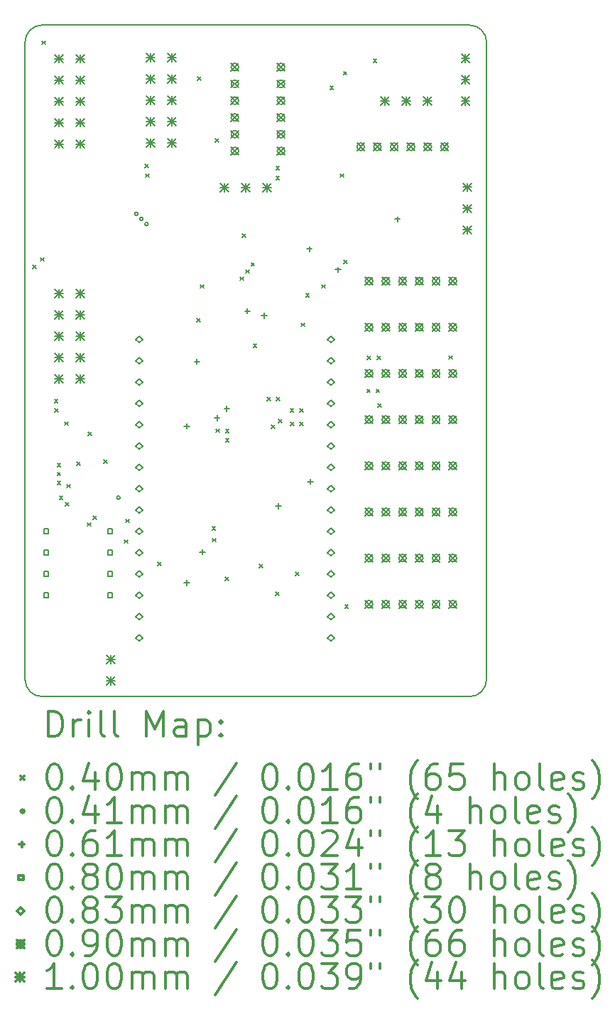
<source format=gbr>
%FSLAX45Y45*%
G04 Gerber Fmt 4.5, Leading zero omitted, Abs format (unit mm)*
G04 Created by KiCad (PCBNEW (5.0.0-rc2-190-gf634b7565)) date 07/18/18 22:59:17*
%MOMM*%
%LPD*%
G01*
G04 APERTURE LIST*
%ADD10C,0.200000*%
%ADD11C,0.300000*%
G04 APERTURE END LIST*
D10*
X18000000Y-12500000D02*
G75*
G02X17800000Y-12300000I0J200000D01*
G01*
X23100000Y-4500000D02*
G75*
G02X23300000Y-4700000I0J-200000D01*
G01*
X23300000Y-12300000D02*
G75*
G02X23100000Y-12500000I-200000J0D01*
G01*
X17800000Y-4700000D02*
G75*
G02X18000000Y-4500000I200000J0D01*
G01*
X17800000Y-4700000D02*
X17800000Y-12300000D01*
X23100000Y-4500000D02*
X18000000Y-4500000D01*
X23300000Y-12300000D02*
X23300000Y-4700000D01*
X18000000Y-12500000D02*
X23100000Y-12500000D01*
D10*
X17892900Y-7358999D02*
X17932900Y-7398999D01*
X17932900Y-7358999D02*
X17892900Y-7398999D01*
X17982124Y-7270424D02*
X18022124Y-7310424D01*
X18022124Y-7270424D02*
X17982124Y-7310424D01*
X18000000Y-4690000D02*
X18040000Y-4730000D01*
X18040000Y-4690000D02*
X18000000Y-4730000D01*
X18149193Y-8959332D02*
X18189193Y-8999332D01*
X18189193Y-8959332D02*
X18149193Y-8999332D01*
X18154520Y-9070960D02*
X18194520Y-9110960D01*
X18194520Y-9070960D02*
X18154520Y-9110960D01*
X18183462Y-9722240D02*
X18223462Y-9762240D01*
X18223462Y-9722240D02*
X18183462Y-9762240D01*
X18183558Y-9936068D02*
X18223558Y-9976068D01*
X18223558Y-9936068D02*
X18183558Y-9976068D01*
X18183854Y-9828964D02*
X18223854Y-9868964D01*
X18223854Y-9828964D02*
X18183854Y-9868964D01*
X18207889Y-10109885D02*
X18247889Y-10149885D01*
X18247889Y-10109885D02*
X18207889Y-10149885D01*
X18269840Y-9226640D02*
X18309840Y-9266640D01*
X18309840Y-9226640D02*
X18269840Y-9266640D01*
X18283324Y-10185320D02*
X18323324Y-10225320D01*
X18323324Y-10185320D02*
X18283324Y-10225320D01*
X18294422Y-9972098D02*
X18334422Y-10012098D01*
X18334422Y-9972098D02*
X18294422Y-10012098D01*
X18417160Y-9704160D02*
X18457160Y-9744160D01*
X18457160Y-9704160D02*
X18417160Y-9744160D01*
X18541720Y-10430599D02*
X18581720Y-10470599D01*
X18581720Y-10430599D02*
X18541720Y-10470599D01*
X18554320Y-9348560D02*
X18594320Y-9388560D01*
X18594320Y-9348560D02*
X18554320Y-9388560D01*
X18608930Y-10346780D02*
X18648930Y-10386780D01*
X18648930Y-10346780D02*
X18608930Y-10386780D01*
X18737200Y-9678754D02*
X18777200Y-9718754D01*
X18777200Y-9678754D02*
X18737200Y-9718754D01*
X18982310Y-10632530D02*
X19022310Y-10672530D01*
X19022310Y-10632530D02*
X18982310Y-10672530D01*
X18999834Y-10388031D02*
X19039834Y-10428031D01*
X19039834Y-10388031D02*
X18999834Y-10428031D01*
X19230934Y-6159331D02*
X19270934Y-6199331D01*
X19270934Y-6159331D02*
X19230934Y-6199331D01*
X19234989Y-6272007D02*
X19274989Y-6312007D01*
X19274989Y-6272007D02*
X19234989Y-6312007D01*
X19379820Y-10897960D02*
X19419820Y-10937960D01*
X19419820Y-10897960D02*
X19379820Y-10937960D01*
X19844640Y-7994740D02*
X19884640Y-8034740D01*
X19884640Y-7994740D02*
X19844640Y-8034740D01*
X19856320Y-5113640D02*
X19896320Y-5153640D01*
X19896320Y-5113640D02*
X19856320Y-5153640D01*
X19891630Y-7592150D02*
X19931630Y-7632150D01*
X19931630Y-7592150D02*
X19891630Y-7632150D01*
X20029401Y-10476321D02*
X20069401Y-10516321D01*
X20069401Y-10476321D02*
X20029401Y-10516321D01*
X20030060Y-10616020D02*
X20070060Y-10656020D01*
X20070060Y-10616020D02*
X20030060Y-10656020D01*
X20065619Y-5855320D02*
X20105619Y-5895320D01*
X20105619Y-5855320D02*
X20065619Y-5895320D01*
X20073240Y-9313000D02*
X20113240Y-9353000D01*
X20113240Y-9313000D02*
X20073240Y-9353000D01*
X20187540Y-11075760D02*
X20227540Y-11115760D01*
X20227540Y-11075760D02*
X20187540Y-11115760D01*
X20188915Y-9318538D02*
X20228915Y-9358538D01*
X20228915Y-9318538D02*
X20188915Y-9358538D01*
X20190170Y-9425212D02*
X20230170Y-9465212D01*
X20230170Y-9425212D02*
X20190170Y-9465212D01*
X20365284Y-7500144D02*
X20405284Y-7540144D01*
X20405284Y-7500144D02*
X20365284Y-7540144D01*
X20389720Y-6988160D02*
X20429720Y-7028160D01*
X20429720Y-6988160D02*
X20389720Y-7028160D01*
X20428849Y-7414468D02*
X20468849Y-7454468D01*
X20468849Y-7414468D02*
X20428849Y-7454468D01*
X20494067Y-7330044D02*
X20534067Y-7370044D01*
X20534067Y-7330044D02*
X20494067Y-7370044D01*
X20520000Y-8300000D02*
X20560000Y-8340000D01*
X20560000Y-8300000D02*
X20520000Y-8340000D01*
X20593940Y-10923360D02*
X20633940Y-10963360D01*
X20633940Y-10923360D02*
X20593940Y-10963360D01*
X20683908Y-8935609D02*
X20723908Y-8975609D01*
X20723908Y-8935609D02*
X20683908Y-8975609D01*
X20735034Y-9263894D02*
X20775034Y-9303894D01*
X20775034Y-9263894D02*
X20735034Y-9303894D01*
X20789520Y-11253560D02*
X20829520Y-11293560D01*
X20829520Y-11253560D02*
X20789520Y-11293560D01*
X20791037Y-6185728D02*
X20831037Y-6225728D01*
X20831037Y-6185728D02*
X20791037Y-6225728D01*
X20791037Y-6301134D02*
X20831037Y-6341134D01*
X20831037Y-6301134D02*
X20791037Y-6341134D01*
X20792060Y-8933270D02*
X20832060Y-8973270D01*
X20832060Y-8933270D02*
X20792060Y-8973270D01*
X20819608Y-9198871D02*
X20859608Y-9238871D01*
X20859608Y-9198871D02*
X20819608Y-9238871D01*
X20960970Y-9069160D02*
X21000970Y-9109160D01*
X21000970Y-9069160D02*
X20960970Y-9109160D01*
X20965019Y-9230448D02*
X21005019Y-9270448D01*
X21005019Y-9230448D02*
X20965019Y-9270448D01*
X21023200Y-11019880D02*
X21063200Y-11059880D01*
X21063200Y-11019880D02*
X21023200Y-11059880D01*
X21075270Y-9067890D02*
X21115270Y-9107890D01*
X21115270Y-9067890D02*
X21075270Y-9107890D01*
X21076540Y-9230450D02*
X21116540Y-9270450D01*
X21116540Y-9230450D02*
X21076540Y-9270450D01*
X21090760Y-8049880D02*
X21130760Y-8089880D01*
X21130760Y-8049880D02*
X21090760Y-8089880D01*
X21146639Y-7699360D02*
X21186639Y-7739360D01*
X21186639Y-7699360D02*
X21146639Y-7739360D01*
X21334600Y-7592680D02*
X21374600Y-7632680D01*
X21374600Y-7592680D02*
X21334600Y-7632680D01*
X21434681Y-5229135D02*
X21474681Y-5269135D01*
X21474681Y-5229135D02*
X21434681Y-5269135D01*
X21558120Y-6271880D02*
X21598120Y-6311880D01*
X21598120Y-6271880D02*
X21558120Y-6311880D01*
X21594235Y-5053067D02*
X21634235Y-5093067D01*
X21634235Y-5053067D02*
X21594235Y-5093067D01*
X21599780Y-7302590D02*
X21639780Y-7342590D01*
X21639780Y-7302590D02*
X21599780Y-7342590D01*
X21612480Y-11404690D02*
X21652480Y-11444690D01*
X21652480Y-11404690D02*
X21612480Y-11444690D01*
X21875370Y-8838020D02*
X21915370Y-8878020D01*
X21915370Y-8838020D02*
X21875370Y-8878020D01*
X21878160Y-8441040D02*
X21918160Y-8481040D01*
X21918160Y-8441040D02*
X21878160Y-8481040D01*
X21950000Y-4905000D02*
X21990000Y-4945000D01*
X21990000Y-4905000D02*
X21950000Y-4945000D01*
X21984590Y-8838020D02*
X22024590Y-8878020D01*
X22024590Y-8838020D02*
X21984590Y-8878020D01*
X22000080Y-8441040D02*
X22040080Y-8481040D01*
X22040080Y-8441040D02*
X22000080Y-8481040D01*
X22007450Y-9010740D02*
X22047450Y-9050740D01*
X22047450Y-9010740D02*
X22007450Y-9050740D01*
X22850000Y-8440000D02*
X22890000Y-8480000D01*
X22890000Y-8440000D02*
X22850000Y-8480000D01*
X18932460Y-10130560D02*
G75*
G03X18932460Y-10130560I-20320J0D01*
G01*
X19144800Y-6749080D02*
G75*
G03X19144800Y-6749080I-20320J0D01*
G01*
X19205760Y-6810040D02*
G75*
G03X19205760Y-6810040I-20320J0D01*
G01*
X19266720Y-6871000D02*
G75*
G03X19266720Y-6871000I-20320J0D01*
G01*
X19727480Y-9246640D02*
X19727480Y-9307600D01*
X19697000Y-9277120D02*
X19757960Y-9277120D01*
X19727480Y-11113540D02*
X19727480Y-11174500D01*
X19697000Y-11144020D02*
X19757960Y-11144020D01*
X19849400Y-8478156D02*
X19849400Y-8539116D01*
X19818920Y-8508636D02*
X19879880Y-8508636D01*
X19912900Y-10747780D02*
X19912900Y-10808740D01*
X19882420Y-10778260D02*
X19943380Y-10778260D01*
X20090000Y-9149520D02*
X20090000Y-9210480D01*
X20059520Y-9180000D02*
X20120480Y-9180000D01*
X20203661Y-9039699D02*
X20203661Y-9100659D01*
X20173181Y-9070179D02*
X20234141Y-9070179D01*
X20450000Y-7877556D02*
X20450000Y-7938516D01*
X20419520Y-7908036D02*
X20480480Y-7908036D01*
X20649485Y-7929520D02*
X20649485Y-7990480D01*
X20619005Y-7960000D02*
X20679965Y-7960000D01*
X20820000Y-10199520D02*
X20820000Y-10260480D01*
X20789520Y-10230000D02*
X20850480Y-10230000D01*
X21190000Y-7137556D02*
X21190000Y-7198516D01*
X21159520Y-7168036D02*
X21220480Y-7168036D01*
X21200680Y-9907040D02*
X21200680Y-9968000D01*
X21170200Y-9937520D02*
X21231160Y-9937520D01*
X21530512Y-7382994D02*
X21530512Y-7443954D01*
X21500032Y-7413474D02*
X21560992Y-7413474D01*
X22238519Y-6779560D02*
X22238519Y-6840520D01*
X22208039Y-6810040D02*
X22268999Y-6810040D01*
X18078285Y-10558285D02*
X18078285Y-10501716D01*
X18021716Y-10501716D01*
X18021716Y-10558285D01*
X18078285Y-10558285D01*
X18078285Y-10812285D02*
X18078285Y-10755716D01*
X18021716Y-10755716D01*
X18021716Y-10812285D01*
X18078285Y-10812285D01*
X18078285Y-11066285D02*
X18078285Y-11009716D01*
X18021716Y-11009716D01*
X18021716Y-11066285D01*
X18078285Y-11066285D01*
X18078285Y-11320284D02*
X18078285Y-11263715D01*
X18021716Y-11263715D01*
X18021716Y-11320284D01*
X18078285Y-11320284D01*
X18840285Y-10558285D02*
X18840285Y-10501716D01*
X18783716Y-10501716D01*
X18783716Y-10558285D01*
X18840285Y-10558285D01*
X18840285Y-10812285D02*
X18840285Y-10755716D01*
X18783716Y-10755716D01*
X18783716Y-10812285D01*
X18840285Y-10812285D01*
X18840285Y-11066285D02*
X18840285Y-11009716D01*
X18783716Y-11009716D01*
X18783716Y-11066285D01*
X18840285Y-11066285D01*
X18840285Y-11320284D02*
X18840285Y-11263715D01*
X18783716Y-11263715D01*
X18783716Y-11320284D01*
X18840285Y-11320284D01*
X19157000Y-8285750D02*
X19198750Y-8244000D01*
X19157000Y-8202250D01*
X19115250Y-8244000D01*
X19157000Y-8285750D01*
X19157000Y-8539750D02*
X19198750Y-8498000D01*
X19157000Y-8456250D01*
X19115250Y-8498000D01*
X19157000Y-8539750D01*
X19157000Y-8793750D02*
X19198750Y-8752000D01*
X19157000Y-8710250D01*
X19115250Y-8752000D01*
X19157000Y-8793750D01*
X19157000Y-9047750D02*
X19198750Y-9006000D01*
X19157000Y-8964250D01*
X19115250Y-9006000D01*
X19157000Y-9047750D01*
X19157000Y-9301750D02*
X19198750Y-9260000D01*
X19157000Y-9218250D01*
X19115250Y-9260000D01*
X19157000Y-9301750D01*
X19157000Y-9555750D02*
X19198750Y-9514000D01*
X19157000Y-9472250D01*
X19115250Y-9514000D01*
X19157000Y-9555750D01*
X19157000Y-9809750D02*
X19198750Y-9768000D01*
X19157000Y-9726250D01*
X19115250Y-9768000D01*
X19157000Y-9809750D01*
X19157000Y-10063750D02*
X19198750Y-10022000D01*
X19157000Y-9980250D01*
X19115250Y-10022000D01*
X19157000Y-10063750D01*
X19157000Y-10317750D02*
X19198750Y-10276000D01*
X19157000Y-10234250D01*
X19115250Y-10276000D01*
X19157000Y-10317750D01*
X19157000Y-10571750D02*
X19198750Y-10530000D01*
X19157000Y-10488250D01*
X19115250Y-10530000D01*
X19157000Y-10571750D01*
X19157000Y-10825750D02*
X19198750Y-10784000D01*
X19157000Y-10742250D01*
X19115250Y-10784000D01*
X19157000Y-10825750D01*
X19157000Y-11079750D02*
X19198750Y-11038000D01*
X19157000Y-10996250D01*
X19115250Y-11038000D01*
X19157000Y-11079750D01*
X19157000Y-11333750D02*
X19198750Y-11292000D01*
X19157000Y-11250250D01*
X19115250Y-11292000D01*
X19157000Y-11333750D01*
X19157000Y-11587750D02*
X19198750Y-11546000D01*
X19157000Y-11504250D01*
X19115250Y-11546000D01*
X19157000Y-11587750D01*
X19157000Y-11841750D02*
X19198750Y-11800000D01*
X19157000Y-11758250D01*
X19115250Y-11800000D01*
X19157000Y-11841750D01*
X21443000Y-8285750D02*
X21484750Y-8244000D01*
X21443000Y-8202250D01*
X21401250Y-8244000D01*
X21443000Y-8285750D01*
X21443000Y-8539750D02*
X21484750Y-8498000D01*
X21443000Y-8456250D01*
X21401250Y-8498000D01*
X21443000Y-8539750D01*
X21443000Y-8793750D02*
X21484750Y-8752000D01*
X21443000Y-8710250D01*
X21401250Y-8752000D01*
X21443000Y-8793750D01*
X21443000Y-9047750D02*
X21484750Y-9006000D01*
X21443000Y-8964250D01*
X21401250Y-9006000D01*
X21443000Y-9047750D01*
X21443000Y-9301750D02*
X21484750Y-9260000D01*
X21443000Y-9218250D01*
X21401250Y-9260000D01*
X21443000Y-9301750D01*
X21443000Y-9555750D02*
X21484750Y-9514000D01*
X21443000Y-9472250D01*
X21401250Y-9514000D01*
X21443000Y-9555750D01*
X21443000Y-9809750D02*
X21484750Y-9768000D01*
X21443000Y-9726250D01*
X21401250Y-9768000D01*
X21443000Y-9809750D01*
X21443000Y-10063750D02*
X21484750Y-10022000D01*
X21443000Y-9980250D01*
X21401250Y-10022000D01*
X21443000Y-10063750D01*
X21443000Y-10317750D02*
X21484750Y-10276000D01*
X21443000Y-10234250D01*
X21401250Y-10276000D01*
X21443000Y-10317750D01*
X21443000Y-10571750D02*
X21484750Y-10530000D01*
X21443000Y-10488250D01*
X21401250Y-10530000D01*
X21443000Y-10571750D01*
X21443000Y-10825750D02*
X21484750Y-10784000D01*
X21443000Y-10742250D01*
X21401250Y-10784000D01*
X21443000Y-10825750D01*
X21443000Y-11079750D02*
X21484750Y-11038000D01*
X21443000Y-10996250D01*
X21401250Y-11038000D01*
X21443000Y-11079750D01*
X21443000Y-11333750D02*
X21484750Y-11292000D01*
X21443000Y-11250250D01*
X21401250Y-11292000D01*
X21443000Y-11333750D01*
X21443000Y-11587750D02*
X21484750Y-11546000D01*
X21443000Y-11504250D01*
X21401250Y-11546000D01*
X21443000Y-11587750D01*
X21443000Y-11841750D02*
X21484750Y-11800000D01*
X21443000Y-11758250D01*
X21401250Y-11800000D01*
X21443000Y-11841750D01*
X21855000Y-10255000D02*
X21945000Y-10345000D01*
X21945000Y-10255000D02*
X21855000Y-10345000D01*
X21945000Y-10300000D02*
G75*
G03X21945000Y-10300000I-45000J0D01*
G01*
X22055000Y-10255000D02*
X22145000Y-10345000D01*
X22145000Y-10255000D02*
X22055000Y-10345000D01*
X22145000Y-10300000D02*
G75*
G03X22145000Y-10300000I-45000J0D01*
G01*
X22255000Y-10255000D02*
X22345000Y-10345000D01*
X22345000Y-10255000D02*
X22255000Y-10345000D01*
X22345000Y-10300000D02*
G75*
G03X22345000Y-10300000I-45000J0D01*
G01*
X22455000Y-10255000D02*
X22545000Y-10345000D01*
X22545000Y-10255000D02*
X22455000Y-10345000D01*
X22545000Y-10300000D02*
G75*
G03X22545000Y-10300000I-45000J0D01*
G01*
X22655000Y-10255000D02*
X22745000Y-10345000D01*
X22745000Y-10255000D02*
X22655000Y-10345000D01*
X22745000Y-10300000D02*
G75*
G03X22745000Y-10300000I-45000J0D01*
G01*
X22855000Y-10255000D02*
X22945000Y-10345000D01*
X22945000Y-10255000D02*
X22855000Y-10345000D01*
X22945000Y-10300000D02*
G75*
G03X22945000Y-10300000I-45000J0D01*
G01*
X21755000Y-5905000D02*
X21845000Y-5995000D01*
X21845000Y-5905000D02*
X21755000Y-5995000D01*
X21845000Y-5950000D02*
G75*
G03X21845000Y-5950000I-45000J0D01*
G01*
X21955000Y-5905000D02*
X22045000Y-5995000D01*
X22045000Y-5905000D02*
X21955000Y-5995000D01*
X22045000Y-5950000D02*
G75*
G03X22045000Y-5950000I-45000J0D01*
G01*
X22155000Y-5905000D02*
X22245000Y-5995000D01*
X22245000Y-5905000D02*
X22155000Y-5995000D01*
X22245000Y-5950000D02*
G75*
G03X22245000Y-5950000I-45000J0D01*
G01*
X22355000Y-5905000D02*
X22445000Y-5995000D01*
X22445000Y-5905000D02*
X22355000Y-5995000D01*
X22445000Y-5950000D02*
G75*
G03X22445000Y-5950000I-45000J0D01*
G01*
X22555000Y-5905000D02*
X22645000Y-5995000D01*
X22645000Y-5905000D02*
X22555000Y-5995000D01*
X22645000Y-5950000D02*
G75*
G03X22645000Y-5950000I-45000J0D01*
G01*
X22755000Y-5905000D02*
X22845000Y-5995000D01*
X22845000Y-5905000D02*
X22755000Y-5995000D01*
X22845000Y-5950000D02*
G75*
G03X22845000Y-5950000I-45000J0D01*
G01*
X21855000Y-7505000D02*
X21945000Y-7595000D01*
X21945000Y-7505000D02*
X21855000Y-7595000D01*
X21945000Y-7550000D02*
G75*
G03X21945000Y-7550000I-45000J0D01*
G01*
X22055000Y-7505000D02*
X22145000Y-7595000D01*
X22145000Y-7505000D02*
X22055000Y-7595000D01*
X22145000Y-7550000D02*
G75*
G03X22145000Y-7550000I-45000J0D01*
G01*
X22255000Y-7505000D02*
X22345000Y-7595000D01*
X22345000Y-7505000D02*
X22255000Y-7595000D01*
X22345000Y-7550000D02*
G75*
G03X22345000Y-7550000I-45000J0D01*
G01*
X22455000Y-7505000D02*
X22545000Y-7595000D01*
X22545000Y-7505000D02*
X22455000Y-7595000D01*
X22545000Y-7550000D02*
G75*
G03X22545000Y-7550000I-45000J0D01*
G01*
X22655000Y-7505000D02*
X22745000Y-7595000D01*
X22745000Y-7505000D02*
X22655000Y-7595000D01*
X22745000Y-7550000D02*
G75*
G03X22745000Y-7550000I-45000J0D01*
G01*
X22855000Y-7505000D02*
X22945000Y-7595000D01*
X22945000Y-7505000D02*
X22855000Y-7595000D01*
X22945000Y-7550000D02*
G75*
G03X22945000Y-7550000I-45000J0D01*
G01*
X21855000Y-10805000D02*
X21945000Y-10895000D01*
X21945000Y-10805000D02*
X21855000Y-10895000D01*
X21945000Y-10850000D02*
G75*
G03X21945000Y-10850000I-45000J0D01*
G01*
X22055000Y-10805000D02*
X22145000Y-10895000D01*
X22145000Y-10805000D02*
X22055000Y-10895000D01*
X22145000Y-10850000D02*
G75*
G03X22145000Y-10850000I-45000J0D01*
G01*
X22255000Y-10805000D02*
X22345000Y-10895000D01*
X22345000Y-10805000D02*
X22255000Y-10895000D01*
X22345000Y-10850000D02*
G75*
G03X22345000Y-10850000I-45000J0D01*
G01*
X22455000Y-10805000D02*
X22545000Y-10895000D01*
X22545000Y-10805000D02*
X22455000Y-10895000D01*
X22545000Y-10850000D02*
G75*
G03X22545000Y-10850000I-45000J0D01*
G01*
X22655000Y-10805000D02*
X22745000Y-10895000D01*
X22745000Y-10805000D02*
X22655000Y-10895000D01*
X22745000Y-10850000D02*
G75*
G03X22745000Y-10850000I-45000J0D01*
G01*
X22855000Y-10805000D02*
X22945000Y-10895000D01*
X22945000Y-10805000D02*
X22855000Y-10895000D01*
X22945000Y-10850000D02*
G75*
G03X22945000Y-10850000I-45000J0D01*
G01*
X21855000Y-9155000D02*
X21945000Y-9245000D01*
X21945000Y-9155000D02*
X21855000Y-9245000D01*
X21945000Y-9200000D02*
G75*
G03X21945000Y-9200000I-45000J0D01*
G01*
X22055000Y-9155000D02*
X22145000Y-9245000D01*
X22145000Y-9155000D02*
X22055000Y-9245000D01*
X22145000Y-9200000D02*
G75*
G03X22145000Y-9200000I-45000J0D01*
G01*
X22255000Y-9155000D02*
X22345000Y-9245000D01*
X22345000Y-9155000D02*
X22255000Y-9245000D01*
X22345000Y-9200000D02*
G75*
G03X22345000Y-9200000I-45000J0D01*
G01*
X22455000Y-9155000D02*
X22545000Y-9245000D01*
X22545000Y-9155000D02*
X22455000Y-9245000D01*
X22545000Y-9200000D02*
G75*
G03X22545000Y-9200000I-45000J0D01*
G01*
X22655000Y-9155000D02*
X22745000Y-9245000D01*
X22745000Y-9155000D02*
X22655000Y-9245000D01*
X22745000Y-9200000D02*
G75*
G03X22745000Y-9200000I-45000J0D01*
G01*
X22855000Y-9155000D02*
X22945000Y-9245000D01*
X22945000Y-9155000D02*
X22855000Y-9245000D01*
X22945000Y-9200000D02*
G75*
G03X22945000Y-9200000I-45000J0D01*
G01*
X21855000Y-9705000D02*
X21945000Y-9795000D01*
X21945000Y-9705000D02*
X21855000Y-9795000D01*
X21945000Y-9750000D02*
G75*
G03X21945000Y-9750000I-45000J0D01*
G01*
X22055000Y-9705000D02*
X22145000Y-9795000D01*
X22145000Y-9705000D02*
X22055000Y-9795000D01*
X22145000Y-9750000D02*
G75*
G03X22145000Y-9750000I-45000J0D01*
G01*
X22255000Y-9705000D02*
X22345000Y-9795000D01*
X22345000Y-9705000D02*
X22255000Y-9795000D01*
X22345000Y-9750000D02*
G75*
G03X22345000Y-9750000I-45000J0D01*
G01*
X22455000Y-9705000D02*
X22545000Y-9795000D01*
X22545000Y-9705000D02*
X22455000Y-9795000D01*
X22545000Y-9750000D02*
G75*
G03X22545000Y-9750000I-45000J0D01*
G01*
X22655000Y-9705000D02*
X22745000Y-9795000D01*
X22745000Y-9705000D02*
X22655000Y-9795000D01*
X22745000Y-9750000D02*
G75*
G03X22745000Y-9750000I-45000J0D01*
G01*
X22855000Y-9705000D02*
X22945000Y-9795000D01*
X22945000Y-9705000D02*
X22855000Y-9795000D01*
X22945000Y-9750000D02*
G75*
G03X22945000Y-9750000I-45000J0D01*
G01*
X20255000Y-4955000D02*
X20345000Y-5045000D01*
X20345000Y-4955000D02*
X20255000Y-5045000D01*
X20345000Y-5000000D02*
G75*
G03X20345000Y-5000000I-45000J0D01*
G01*
X20255000Y-5155000D02*
X20345000Y-5245000D01*
X20345000Y-5155000D02*
X20255000Y-5245000D01*
X20345000Y-5200000D02*
G75*
G03X20345000Y-5200000I-45000J0D01*
G01*
X20255000Y-5355000D02*
X20345000Y-5445000D01*
X20345000Y-5355000D02*
X20255000Y-5445000D01*
X20345000Y-5400000D02*
G75*
G03X20345000Y-5400000I-45000J0D01*
G01*
X20255000Y-5555000D02*
X20345000Y-5645000D01*
X20345000Y-5555000D02*
X20255000Y-5645000D01*
X20345000Y-5600000D02*
G75*
G03X20345000Y-5600000I-45000J0D01*
G01*
X20255000Y-5755000D02*
X20345000Y-5845000D01*
X20345000Y-5755000D02*
X20255000Y-5845000D01*
X20345000Y-5800000D02*
G75*
G03X20345000Y-5800000I-45000J0D01*
G01*
X20255000Y-5955000D02*
X20345000Y-6045000D01*
X20345000Y-5955000D02*
X20255000Y-6045000D01*
X20345000Y-6000000D02*
G75*
G03X20345000Y-6000000I-45000J0D01*
G01*
X21855000Y-8055000D02*
X21945000Y-8145000D01*
X21945000Y-8055000D02*
X21855000Y-8145000D01*
X21945000Y-8100000D02*
G75*
G03X21945000Y-8100000I-45000J0D01*
G01*
X22055000Y-8055000D02*
X22145000Y-8145000D01*
X22145000Y-8055000D02*
X22055000Y-8145000D01*
X22145000Y-8100000D02*
G75*
G03X22145000Y-8100000I-45000J0D01*
G01*
X22255000Y-8055000D02*
X22345000Y-8145000D01*
X22345000Y-8055000D02*
X22255000Y-8145000D01*
X22345000Y-8100000D02*
G75*
G03X22345000Y-8100000I-45000J0D01*
G01*
X22455000Y-8055000D02*
X22545000Y-8145000D01*
X22545000Y-8055000D02*
X22455000Y-8145000D01*
X22545000Y-8100000D02*
G75*
G03X22545000Y-8100000I-45000J0D01*
G01*
X22655000Y-8055000D02*
X22745000Y-8145000D01*
X22745000Y-8055000D02*
X22655000Y-8145000D01*
X22745000Y-8100000D02*
G75*
G03X22745000Y-8100000I-45000J0D01*
G01*
X22855000Y-8055000D02*
X22945000Y-8145000D01*
X22945000Y-8055000D02*
X22855000Y-8145000D01*
X22945000Y-8100000D02*
G75*
G03X22945000Y-8100000I-45000J0D01*
G01*
X21855000Y-8605000D02*
X21945000Y-8695000D01*
X21945000Y-8605000D02*
X21855000Y-8695000D01*
X21945000Y-8650000D02*
G75*
G03X21945000Y-8650000I-45000J0D01*
G01*
X22055000Y-8605000D02*
X22145000Y-8695000D01*
X22145000Y-8605000D02*
X22055000Y-8695000D01*
X22145000Y-8650000D02*
G75*
G03X22145000Y-8650000I-45000J0D01*
G01*
X22255000Y-8605000D02*
X22345000Y-8695000D01*
X22345000Y-8605000D02*
X22255000Y-8695000D01*
X22345000Y-8650000D02*
G75*
G03X22345000Y-8650000I-45000J0D01*
G01*
X22455000Y-8605000D02*
X22545000Y-8695000D01*
X22545000Y-8605000D02*
X22455000Y-8695000D01*
X22545000Y-8650000D02*
G75*
G03X22545000Y-8650000I-45000J0D01*
G01*
X22655000Y-8605000D02*
X22745000Y-8695000D01*
X22745000Y-8605000D02*
X22655000Y-8695000D01*
X22745000Y-8650000D02*
G75*
G03X22745000Y-8650000I-45000J0D01*
G01*
X22855000Y-8605000D02*
X22945000Y-8695000D01*
X22945000Y-8605000D02*
X22855000Y-8695000D01*
X22945000Y-8650000D02*
G75*
G03X22945000Y-8650000I-45000J0D01*
G01*
X20805000Y-4955000D02*
X20895000Y-5045000D01*
X20895000Y-4955000D02*
X20805000Y-5045000D01*
X20895000Y-5000000D02*
G75*
G03X20895000Y-5000000I-45000J0D01*
G01*
X20805000Y-5155000D02*
X20895000Y-5245000D01*
X20895000Y-5155000D02*
X20805000Y-5245000D01*
X20895000Y-5200000D02*
G75*
G03X20895000Y-5200000I-45000J0D01*
G01*
X20805000Y-5355000D02*
X20895000Y-5445000D01*
X20895000Y-5355000D02*
X20805000Y-5445000D01*
X20895000Y-5400000D02*
G75*
G03X20895000Y-5400000I-45000J0D01*
G01*
X20805000Y-5555000D02*
X20895000Y-5645000D01*
X20895000Y-5555000D02*
X20805000Y-5645000D01*
X20895000Y-5600000D02*
G75*
G03X20895000Y-5600000I-45000J0D01*
G01*
X20805000Y-5755000D02*
X20895000Y-5845000D01*
X20895000Y-5755000D02*
X20805000Y-5845000D01*
X20895000Y-5800000D02*
G75*
G03X20895000Y-5800000I-45000J0D01*
G01*
X20805000Y-5955000D02*
X20895000Y-6045000D01*
X20895000Y-5955000D02*
X20805000Y-6045000D01*
X20895000Y-6000000D02*
G75*
G03X20895000Y-6000000I-45000J0D01*
G01*
X21855000Y-11355000D02*
X21945000Y-11445000D01*
X21945000Y-11355000D02*
X21855000Y-11445000D01*
X21945000Y-11400000D02*
G75*
G03X21945000Y-11400000I-45000J0D01*
G01*
X22055000Y-11355000D02*
X22145000Y-11445000D01*
X22145000Y-11355000D02*
X22055000Y-11445000D01*
X22145000Y-11400000D02*
G75*
G03X22145000Y-11400000I-45000J0D01*
G01*
X22255000Y-11355000D02*
X22345000Y-11445000D01*
X22345000Y-11355000D02*
X22255000Y-11445000D01*
X22345000Y-11400000D02*
G75*
G03X22345000Y-11400000I-45000J0D01*
G01*
X22455000Y-11355000D02*
X22545000Y-11445000D01*
X22545000Y-11355000D02*
X22455000Y-11445000D01*
X22545000Y-11400000D02*
G75*
G03X22545000Y-11400000I-45000J0D01*
G01*
X22655000Y-11355000D02*
X22745000Y-11445000D01*
X22745000Y-11355000D02*
X22655000Y-11445000D01*
X22745000Y-11400000D02*
G75*
G03X22745000Y-11400000I-45000J0D01*
G01*
X22855000Y-11355000D02*
X22945000Y-11445000D01*
X22945000Y-11355000D02*
X22855000Y-11445000D01*
X22945000Y-11400000D02*
G75*
G03X22945000Y-11400000I-45000J0D01*
G01*
X18150000Y-7650000D02*
X18250000Y-7750000D01*
X18250000Y-7650000D02*
X18150000Y-7750000D01*
X18200000Y-7650000D02*
X18200000Y-7750000D01*
X18150000Y-7700000D02*
X18250000Y-7700000D01*
X18150000Y-7904000D02*
X18250000Y-8004000D01*
X18250000Y-7904000D02*
X18150000Y-8004000D01*
X18200000Y-7904000D02*
X18200000Y-8004000D01*
X18150000Y-7954000D02*
X18250000Y-7954000D01*
X18150000Y-8158000D02*
X18250000Y-8258000D01*
X18250000Y-8158000D02*
X18150000Y-8258000D01*
X18200000Y-8158000D02*
X18200000Y-8258000D01*
X18150000Y-8208000D02*
X18250000Y-8208000D01*
X18150000Y-8412000D02*
X18250000Y-8512000D01*
X18250000Y-8412000D02*
X18150000Y-8512000D01*
X18200000Y-8412000D02*
X18200000Y-8512000D01*
X18150000Y-8462000D02*
X18250000Y-8462000D01*
X18150000Y-8666000D02*
X18250000Y-8766000D01*
X18250000Y-8666000D02*
X18150000Y-8766000D01*
X18200000Y-8666000D02*
X18200000Y-8766000D01*
X18150000Y-8716000D02*
X18250000Y-8716000D01*
X18404000Y-7650000D02*
X18504000Y-7750000D01*
X18504000Y-7650000D02*
X18404000Y-7750000D01*
X18454000Y-7650000D02*
X18454000Y-7750000D01*
X18404000Y-7700000D02*
X18504000Y-7700000D01*
X18404000Y-7904000D02*
X18504000Y-8004000D01*
X18504000Y-7904000D02*
X18404000Y-8004000D01*
X18454000Y-7904000D02*
X18454000Y-8004000D01*
X18404000Y-7954000D02*
X18504000Y-7954000D01*
X18404000Y-8158000D02*
X18504000Y-8258000D01*
X18504000Y-8158000D02*
X18404000Y-8258000D01*
X18454000Y-8158000D02*
X18454000Y-8258000D01*
X18404000Y-8208000D02*
X18504000Y-8208000D01*
X18404000Y-8412000D02*
X18504000Y-8512000D01*
X18504000Y-8412000D02*
X18404000Y-8512000D01*
X18454000Y-8412000D02*
X18454000Y-8512000D01*
X18404000Y-8462000D02*
X18504000Y-8462000D01*
X18404000Y-8666000D02*
X18504000Y-8766000D01*
X18504000Y-8666000D02*
X18404000Y-8766000D01*
X18454000Y-8666000D02*
X18454000Y-8766000D01*
X18404000Y-8716000D02*
X18504000Y-8716000D01*
X23000000Y-4842000D02*
X23100000Y-4942000D01*
X23100000Y-4842000D02*
X23000000Y-4942000D01*
X23050000Y-4842000D02*
X23050000Y-4942000D01*
X23000000Y-4892000D02*
X23100000Y-4892000D01*
X23000000Y-5096000D02*
X23100000Y-5196000D01*
X23100000Y-5096000D02*
X23000000Y-5196000D01*
X23050000Y-5096000D02*
X23050000Y-5196000D01*
X23000000Y-5146000D02*
X23100000Y-5146000D01*
X23000000Y-5350000D02*
X23100000Y-5450000D01*
X23100000Y-5350000D02*
X23000000Y-5450000D01*
X23050000Y-5350000D02*
X23050000Y-5450000D01*
X23000000Y-5400000D02*
X23100000Y-5400000D01*
X18150000Y-4850000D02*
X18250000Y-4950000D01*
X18250000Y-4850000D02*
X18150000Y-4950000D01*
X18200000Y-4850000D02*
X18200000Y-4950000D01*
X18150000Y-4900000D02*
X18250000Y-4900000D01*
X18150000Y-5104000D02*
X18250000Y-5204000D01*
X18250000Y-5104000D02*
X18150000Y-5204000D01*
X18200000Y-5104000D02*
X18200000Y-5204000D01*
X18150000Y-5154000D02*
X18250000Y-5154000D01*
X18150000Y-5358000D02*
X18250000Y-5458000D01*
X18250000Y-5358000D02*
X18150000Y-5458000D01*
X18200000Y-5358000D02*
X18200000Y-5458000D01*
X18150000Y-5408000D02*
X18250000Y-5408000D01*
X18150000Y-5612000D02*
X18250000Y-5712000D01*
X18250000Y-5612000D02*
X18150000Y-5712000D01*
X18200000Y-5612000D02*
X18200000Y-5712000D01*
X18150000Y-5662000D02*
X18250000Y-5662000D01*
X18150000Y-5866000D02*
X18250000Y-5966000D01*
X18250000Y-5866000D02*
X18150000Y-5966000D01*
X18200000Y-5866000D02*
X18200000Y-5966000D01*
X18150000Y-5916000D02*
X18250000Y-5916000D01*
X18404000Y-4850000D02*
X18504000Y-4950000D01*
X18504000Y-4850000D02*
X18404000Y-4950000D01*
X18454000Y-4850000D02*
X18454000Y-4950000D01*
X18404000Y-4900000D02*
X18504000Y-4900000D01*
X18404000Y-5104000D02*
X18504000Y-5204000D01*
X18504000Y-5104000D02*
X18404000Y-5204000D01*
X18454000Y-5104000D02*
X18454000Y-5204000D01*
X18404000Y-5154000D02*
X18504000Y-5154000D01*
X18404000Y-5358000D02*
X18504000Y-5458000D01*
X18504000Y-5358000D02*
X18404000Y-5458000D01*
X18454000Y-5358000D02*
X18454000Y-5458000D01*
X18404000Y-5408000D02*
X18504000Y-5408000D01*
X18404000Y-5612000D02*
X18504000Y-5712000D01*
X18504000Y-5612000D02*
X18404000Y-5712000D01*
X18454000Y-5612000D02*
X18454000Y-5712000D01*
X18404000Y-5662000D02*
X18504000Y-5662000D01*
X18404000Y-5866000D02*
X18504000Y-5966000D01*
X18504000Y-5866000D02*
X18404000Y-5966000D01*
X18454000Y-5866000D02*
X18454000Y-5966000D01*
X18404000Y-5916000D02*
X18504000Y-5916000D01*
X20123500Y-6389200D02*
X20223500Y-6489200D01*
X20223500Y-6389200D02*
X20123500Y-6489200D01*
X20173500Y-6389200D02*
X20173500Y-6489200D01*
X20123500Y-6439200D02*
X20223500Y-6439200D01*
X20377500Y-6389200D02*
X20477500Y-6489200D01*
X20477500Y-6389200D02*
X20377500Y-6489200D01*
X20427500Y-6389200D02*
X20427500Y-6489200D01*
X20377500Y-6439200D02*
X20477500Y-6439200D01*
X20631500Y-6389200D02*
X20731500Y-6489200D01*
X20731500Y-6389200D02*
X20631500Y-6489200D01*
X20681500Y-6389200D02*
X20681500Y-6489200D01*
X20631500Y-6439200D02*
X20731500Y-6439200D01*
X18768160Y-12010960D02*
X18868160Y-12110960D01*
X18868160Y-12010960D02*
X18768160Y-12110960D01*
X18818160Y-12010960D02*
X18818160Y-12110960D01*
X18768160Y-12060960D02*
X18868160Y-12060960D01*
X18768160Y-12264960D02*
X18868160Y-12364960D01*
X18868160Y-12264960D02*
X18768160Y-12364960D01*
X18818160Y-12264960D02*
X18818160Y-12364960D01*
X18768160Y-12314960D02*
X18868160Y-12314960D01*
X22042000Y-5350000D02*
X22142000Y-5450000D01*
X22142000Y-5350000D02*
X22042000Y-5450000D01*
X22092000Y-5350000D02*
X22092000Y-5450000D01*
X22042000Y-5400000D02*
X22142000Y-5400000D01*
X22296000Y-5350000D02*
X22396000Y-5450000D01*
X22396000Y-5350000D02*
X22296000Y-5450000D01*
X22346000Y-5350000D02*
X22346000Y-5450000D01*
X22296000Y-5400000D02*
X22396000Y-5400000D01*
X22550000Y-5350000D02*
X22650000Y-5450000D01*
X22650000Y-5350000D02*
X22550000Y-5450000D01*
X22600000Y-5350000D02*
X22600000Y-5450000D01*
X22550000Y-5400000D02*
X22650000Y-5400000D01*
X19246000Y-4834000D02*
X19346000Y-4934000D01*
X19346000Y-4834000D02*
X19246000Y-4934000D01*
X19296000Y-4834000D02*
X19296000Y-4934000D01*
X19246000Y-4884000D02*
X19346000Y-4884000D01*
X19246000Y-5088000D02*
X19346000Y-5188000D01*
X19346000Y-5088000D02*
X19246000Y-5188000D01*
X19296000Y-5088000D02*
X19296000Y-5188000D01*
X19246000Y-5138000D02*
X19346000Y-5138000D01*
X19246000Y-5342000D02*
X19346000Y-5442000D01*
X19346000Y-5342000D02*
X19246000Y-5442000D01*
X19296000Y-5342000D02*
X19296000Y-5442000D01*
X19246000Y-5392000D02*
X19346000Y-5392000D01*
X19246000Y-5596000D02*
X19346000Y-5696000D01*
X19346000Y-5596000D02*
X19246000Y-5696000D01*
X19296000Y-5596000D02*
X19296000Y-5696000D01*
X19246000Y-5646000D02*
X19346000Y-5646000D01*
X19246000Y-5850000D02*
X19346000Y-5950000D01*
X19346000Y-5850000D02*
X19246000Y-5950000D01*
X19296000Y-5850000D02*
X19296000Y-5950000D01*
X19246000Y-5900000D02*
X19346000Y-5900000D01*
X19500000Y-4834000D02*
X19600000Y-4934000D01*
X19600000Y-4834000D02*
X19500000Y-4934000D01*
X19550000Y-4834000D02*
X19550000Y-4934000D01*
X19500000Y-4884000D02*
X19600000Y-4884000D01*
X19500000Y-5088000D02*
X19600000Y-5188000D01*
X19600000Y-5088000D02*
X19500000Y-5188000D01*
X19550000Y-5088000D02*
X19550000Y-5188000D01*
X19500000Y-5138000D02*
X19600000Y-5138000D01*
X19500000Y-5342000D02*
X19600000Y-5442000D01*
X19600000Y-5342000D02*
X19500000Y-5442000D01*
X19550000Y-5342000D02*
X19550000Y-5442000D01*
X19500000Y-5392000D02*
X19600000Y-5392000D01*
X19500000Y-5596000D02*
X19600000Y-5696000D01*
X19600000Y-5596000D02*
X19500000Y-5696000D01*
X19550000Y-5596000D02*
X19550000Y-5696000D01*
X19500000Y-5646000D02*
X19600000Y-5646000D01*
X19500000Y-5850000D02*
X19600000Y-5950000D01*
X19600000Y-5850000D02*
X19500000Y-5950000D01*
X19550000Y-5850000D02*
X19550000Y-5950000D01*
X19500000Y-5900000D02*
X19600000Y-5900000D01*
X23020000Y-6382000D02*
X23120000Y-6482000D01*
X23120000Y-6382000D02*
X23020000Y-6482000D01*
X23070000Y-6382000D02*
X23070000Y-6482000D01*
X23020000Y-6432000D02*
X23120000Y-6432000D01*
X23020000Y-6636000D02*
X23120000Y-6736000D01*
X23120000Y-6636000D02*
X23020000Y-6736000D01*
X23070000Y-6636000D02*
X23070000Y-6736000D01*
X23020000Y-6686000D02*
X23120000Y-6686000D01*
X23020000Y-6890000D02*
X23120000Y-6990000D01*
X23120000Y-6890000D02*
X23020000Y-6990000D01*
X23070000Y-6890000D02*
X23070000Y-6990000D01*
X23020000Y-6940000D02*
X23120000Y-6940000D01*
D11*
X18076428Y-12975714D02*
X18076428Y-12675714D01*
X18147857Y-12675714D01*
X18190714Y-12690000D01*
X18219286Y-12718571D01*
X18233571Y-12747143D01*
X18247857Y-12804286D01*
X18247857Y-12847143D01*
X18233571Y-12904286D01*
X18219286Y-12932857D01*
X18190714Y-12961429D01*
X18147857Y-12975714D01*
X18076428Y-12975714D01*
X18376428Y-12975714D02*
X18376428Y-12775714D01*
X18376428Y-12832857D02*
X18390714Y-12804286D01*
X18405000Y-12790000D01*
X18433571Y-12775714D01*
X18462143Y-12775714D01*
X18562143Y-12975714D02*
X18562143Y-12775714D01*
X18562143Y-12675714D02*
X18547857Y-12690000D01*
X18562143Y-12704286D01*
X18576428Y-12690000D01*
X18562143Y-12675714D01*
X18562143Y-12704286D01*
X18747857Y-12975714D02*
X18719286Y-12961429D01*
X18705000Y-12932857D01*
X18705000Y-12675714D01*
X18905000Y-12975714D02*
X18876428Y-12961429D01*
X18862143Y-12932857D01*
X18862143Y-12675714D01*
X19247857Y-12975714D02*
X19247857Y-12675714D01*
X19347857Y-12890000D01*
X19447857Y-12675714D01*
X19447857Y-12975714D01*
X19719286Y-12975714D02*
X19719286Y-12818571D01*
X19705000Y-12790000D01*
X19676428Y-12775714D01*
X19619286Y-12775714D01*
X19590714Y-12790000D01*
X19719286Y-12961429D02*
X19690714Y-12975714D01*
X19619286Y-12975714D01*
X19590714Y-12961429D01*
X19576428Y-12932857D01*
X19576428Y-12904286D01*
X19590714Y-12875714D01*
X19619286Y-12861429D01*
X19690714Y-12861429D01*
X19719286Y-12847143D01*
X19862143Y-12775714D02*
X19862143Y-13075714D01*
X19862143Y-12790000D02*
X19890714Y-12775714D01*
X19947857Y-12775714D01*
X19976428Y-12790000D01*
X19990714Y-12804286D01*
X20005000Y-12832857D01*
X20005000Y-12918571D01*
X19990714Y-12947143D01*
X19976428Y-12961429D01*
X19947857Y-12975714D01*
X19890714Y-12975714D01*
X19862143Y-12961429D01*
X20133571Y-12947143D02*
X20147857Y-12961429D01*
X20133571Y-12975714D01*
X20119286Y-12961429D01*
X20133571Y-12947143D01*
X20133571Y-12975714D01*
X20133571Y-12790000D02*
X20147857Y-12804286D01*
X20133571Y-12818571D01*
X20119286Y-12804286D01*
X20133571Y-12790000D01*
X20133571Y-12818571D01*
X17750000Y-13450000D02*
X17790000Y-13490000D01*
X17790000Y-13450000D02*
X17750000Y-13490000D01*
X18133571Y-13305714D02*
X18162143Y-13305714D01*
X18190714Y-13320000D01*
X18205000Y-13334286D01*
X18219286Y-13362857D01*
X18233571Y-13420000D01*
X18233571Y-13491429D01*
X18219286Y-13548571D01*
X18205000Y-13577143D01*
X18190714Y-13591429D01*
X18162143Y-13605714D01*
X18133571Y-13605714D01*
X18105000Y-13591429D01*
X18090714Y-13577143D01*
X18076428Y-13548571D01*
X18062143Y-13491429D01*
X18062143Y-13420000D01*
X18076428Y-13362857D01*
X18090714Y-13334286D01*
X18105000Y-13320000D01*
X18133571Y-13305714D01*
X18362143Y-13577143D02*
X18376428Y-13591429D01*
X18362143Y-13605714D01*
X18347857Y-13591429D01*
X18362143Y-13577143D01*
X18362143Y-13605714D01*
X18633571Y-13405714D02*
X18633571Y-13605714D01*
X18562143Y-13291429D02*
X18490714Y-13505714D01*
X18676428Y-13505714D01*
X18847857Y-13305714D02*
X18876428Y-13305714D01*
X18905000Y-13320000D01*
X18919286Y-13334286D01*
X18933571Y-13362857D01*
X18947857Y-13420000D01*
X18947857Y-13491429D01*
X18933571Y-13548571D01*
X18919286Y-13577143D01*
X18905000Y-13591429D01*
X18876428Y-13605714D01*
X18847857Y-13605714D01*
X18819286Y-13591429D01*
X18805000Y-13577143D01*
X18790714Y-13548571D01*
X18776428Y-13491429D01*
X18776428Y-13420000D01*
X18790714Y-13362857D01*
X18805000Y-13334286D01*
X18819286Y-13320000D01*
X18847857Y-13305714D01*
X19076428Y-13605714D02*
X19076428Y-13405714D01*
X19076428Y-13434286D02*
X19090714Y-13420000D01*
X19119286Y-13405714D01*
X19162143Y-13405714D01*
X19190714Y-13420000D01*
X19205000Y-13448571D01*
X19205000Y-13605714D01*
X19205000Y-13448571D02*
X19219286Y-13420000D01*
X19247857Y-13405714D01*
X19290714Y-13405714D01*
X19319286Y-13420000D01*
X19333571Y-13448571D01*
X19333571Y-13605714D01*
X19476428Y-13605714D02*
X19476428Y-13405714D01*
X19476428Y-13434286D02*
X19490714Y-13420000D01*
X19519286Y-13405714D01*
X19562143Y-13405714D01*
X19590714Y-13420000D01*
X19605000Y-13448571D01*
X19605000Y-13605714D01*
X19605000Y-13448571D02*
X19619286Y-13420000D01*
X19647857Y-13405714D01*
X19690714Y-13405714D01*
X19719286Y-13420000D01*
X19733571Y-13448571D01*
X19733571Y-13605714D01*
X20319286Y-13291429D02*
X20062143Y-13677143D01*
X20705000Y-13305714D02*
X20733571Y-13305714D01*
X20762143Y-13320000D01*
X20776428Y-13334286D01*
X20790714Y-13362857D01*
X20805000Y-13420000D01*
X20805000Y-13491429D01*
X20790714Y-13548571D01*
X20776428Y-13577143D01*
X20762143Y-13591429D01*
X20733571Y-13605714D01*
X20705000Y-13605714D01*
X20676428Y-13591429D01*
X20662143Y-13577143D01*
X20647857Y-13548571D01*
X20633571Y-13491429D01*
X20633571Y-13420000D01*
X20647857Y-13362857D01*
X20662143Y-13334286D01*
X20676428Y-13320000D01*
X20705000Y-13305714D01*
X20933571Y-13577143D02*
X20947857Y-13591429D01*
X20933571Y-13605714D01*
X20919286Y-13591429D01*
X20933571Y-13577143D01*
X20933571Y-13605714D01*
X21133571Y-13305714D02*
X21162143Y-13305714D01*
X21190714Y-13320000D01*
X21205000Y-13334286D01*
X21219286Y-13362857D01*
X21233571Y-13420000D01*
X21233571Y-13491429D01*
X21219286Y-13548571D01*
X21205000Y-13577143D01*
X21190714Y-13591429D01*
X21162143Y-13605714D01*
X21133571Y-13605714D01*
X21105000Y-13591429D01*
X21090714Y-13577143D01*
X21076428Y-13548571D01*
X21062143Y-13491429D01*
X21062143Y-13420000D01*
X21076428Y-13362857D01*
X21090714Y-13334286D01*
X21105000Y-13320000D01*
X21133571Y-13305714D01*
X21519286Y-13605714D02*
X21347857Y-13605714D01*
X21433571Y-13605714D02*
X21433571Y-13305714D01*
X21405000Y-13348571D01*
X21376428Y-13377143D01*
X21347857Y-13391429D01*
X21776428Y-13305714D02*
X21719286Y-13305714D01*
X21690714Y-13320000D01*
X21676428Y-13334286D01*
X21647857Y-13377143D01*
X21633571Y-13434286D01*
X21633571Y-13548571D01*
X21647857Y-13577143D01*
X21662143Y-13591429D01*
X21690714Y-13605714D01*
X21747857Y-13605714D01*
X21776428Y-13591429D01*
X21790714Y-13577143D01*
X21805000Y-13548571D01*
X21805000Y-13477143D01*
X21790714Y-13448571D01*
X21776428Y-13434286D01*
X21747857Y-13420000D01*
X21690714Y-13420000D01*
X21662143Y-13434286D01*
X21647857Y-13448571D01*
X21633571Y-13477143D01*
X21919286Y-13305714D02*
X21919286Y-13362857D01*
X22033571Y-13305714D02*
X22033571Y-13362857D01*
X22476428Y-13720000D02*
X22462143Y-13705714D01*
X22433571Y-13662857D01*
X22419286Y-13634286D01*
X22405000Y-13591429D01*
X22390714Y-13520000D01*
X22390714Y-13462857D01*
X22405000Y-13391429D01*
X22419286Y-13348571D01*
X22433571Y-13320000D01*
X22462143Y-13277143D01*
X22476428Y-13262857D01*
X22719286Y-13305714D02*
X22662143Y-13305714D01*
X22633571Y-13320000D01*
X22619286Y-13334286D01*
X22590714Y-13377143D01*
X22576428Y-13434286D01*
X22576428Y-13548571D01*
X22590714Y-13577143D01*
X22605000Y-13591429D01*
X22633571Y-13605714D01*
X22690714Y-13605714D01*
X22719286Y-13591429D01*
X22733571Y-13577143D01*
X22747857Y-13548571D01*
X22747857Y-13477143D01*
X22733571Y-13448571D01*
X22719286Y-13434286D01*
X22690714Y-13420000D01*
X22633571Y-13420000D01*
X22605000Y-13434286D01*
X22590714Y-13448571D01*
X22576428Y-13477143D01*
X23019286Y-13305714D02*
X22876428Y-13305714D01*
X22862143Y-13448571D01*
X22876428Y-13434286D01*
X22905000Y-13420000D01*
X22976428Y-13420000D01*
X23005000Y-13434286D01*
X23019286Y-13448571D01*
X23033571Y-13477143D01*
X23033571Y-13548571D01*
X23019286Y-13577143D01*
X23005000Y-13591429D01*
X22976428Y-13605714D01*
X22905000Y-13605714D01*
X22876428Y-13591429D01*
X22862143Y-13577143D01*
X23390714Y-13605714D02*
X23390714Y-13305714D01*
X23519286Y-13605714D02*
X23519286Y-13448571D01*
X23505000Y-13420000D01*
X23476428Y-13405714D01*
X23433571Y-13405714D01*
X23405000Y-13420000D01*
X23390714Y-13434286D01*
X23705000Y-13605714D02*
X23676428Y-13591429D01*
X23662143Y-13577143D01*
X23647857Y-13548571D01*
X23647857Y-13462857D01*
X23662143Y-13434286D01*
X23676428Y-13420000D01*
X23705000Y-13405714D01*
X23747857Y-13405714D01*
X23776428Y-13420000D01*
X23790714Y-13434286D01*
X23805000Y-13462857D01*
X23805000Y-13548571D01*
X23790714Y-13577143D01*
X23776428Y-13591429D01*
X23747857Y-13605714D01*
X23705000Y-13605714D01*
X23976428Y-13605714D02*
X23947857Y-13591429D01*
X23933571Y-13562857D01*
X23933571Y-13305714D01*
X24205000Y-13591429D02*
X24176428Y-13605714D01*
X24119286Y-13605714D01*
X24090714Y-13591429D01*
X24076428Y-13562857D01*
X24076428Y-13448571D01*
X24090714Y-13420000D01*
X24119286Y-13405714D01*
X24176428Y-13405714D01*
X24205000Y-13420000D01*
X24219286Y-13448571D01*
X24219286Y-13477143D01*
X24076428Y-13505714D01*
X24333571Y-13591429D02*
X24362143Y-13605714D01*
X24419286Y-13605714D01*
X24447857Y-13591429D01*
X24462143Y-13562857D01*
X24462143Y-13548571D01*
X24447857Y-13520000D01*
X24419286Y-13505714D01*
X24376428Y-13505714D01*
X24347857Y-13491429D01*
X24333571Y-13462857D01*
X24333571Y-13448571D01*
X24347857Y-13420000D01*
X24376428Y-13405714D01*
X24419286Y-13405714D01*
X24447857Y-13420000D01*
X24562143Y-13720000D02*
X24576428Y-13705714D01*
X24605000Y-13662857D01*
X24619286Y-13634286D01*
X24633571Y-13591429D01*
X24647857Y-13520000D01*
X24647857Y-13462857D01*
X24633571Y-13391429D01*
X24619286Y-13348571D01*
X24605000Y-13320000D01*
X24576428Y-13277143D01*
X24562143Y-13262857D01*
X17790000Y-13866000D02*
G75*
G03X17790000Y-13866000I-20320J0D01*
G01*
X18133571Y-13701714D02*
X18162143Y-13701714D01*
X18190714Y-13716000D01*
X18205000Y-13730286D01*
X18219286Y-13758857D01*
X18233571Y-13816000D01*
X18233571Y-13887429D01*
X18219286Y-13944571D01*
X18205000Y-13973143D01*
X18190714Y-13987429D01*
X18162143Y-14001714D01*
X18133571Y-14001714D01*
X18105000Y-13987429D01*
X18090714Y-13973143D01*
X18076428Y-13944571D01*
X18062143Y-13887429D01*
X18062143Y-13816000D01*
X18076428Y-13758857D01*
X18090714Y-13730286D01*
X18105000Y-13716000D01*
X18133571Y-13701714D01*
X18362143Y-13973143D02*
X18376428Y-13987429D01*
X18362143Y-14001714D01*
X18347857Y-13987429D01*
X18362143Y-13973143D01*
X18362143Y-14001714D01*
X18633571Y-13801714D02*
X18633571Y-14001714D01*
X18562143Y-13687429D02*
X18490714Y-13901714D01*
X18676428Y-13901714D01*
X18947857Y-14001714D02*
X18776428Y-14001714D01*
X18862143Y-14001714D02*
X18862143Y-13701714D01*
X18833571Y-13744571D01*
X18805000Y-13773143D01*
X18776428Y-13787429D01*
X19076428Y-14001714D02*
X19076428Y-13801714D01*
X19076428Y-13830286D02*
X19090714Y-13816000D01*
X19119286Y-13801714D01*
X19162143Y-13801714D01*
X19190714Y-13816000D01*
X19205000Y-13844571D01*
X19205000Y-14001714D01*
X19205000Y-13844571D02*
X19219286Y-13816000D01*
X19247857Y-13801714D01*
X19290714Y-13801714D01*
X19319286Y-13816000D01*
X19333571Y-13844571D01*
X19333571Y-14001714D01*
X19476428Y-14001714D02*
X19476428Y-13801714D01*
X19476428Y-13830286D02*
X19490714Y-13816000D01*
X19519286Y-13801714D01*
X19562143Y-13801714D01*
X19590714Y-13816000D01*
X19605000Y-13844571D01*
X19605000Y-14001714D01*
X19605000Y-13844571D02*
X19619286Y-13816000D01*
X19647857Y-13801714D01*
X19690714Y-13801714D01*
X19719286Y-13816000D01*
X19733571Y-13844571D01*
X19733571Y-14001714D01*
X20319286Y-13687429D02*
X20062143Y-14073143D01*
X20705000Y-13701714D02*
X20733571Y-13701714D01*
X20762143Y-13716000D01*
X20776428Y-13730286D01*
X20790714Y-13758857D01*
X20805000Y-13816000D01*
X20805000Y-13887429D01*
X20790714Y-13944571D01*
X20776428Y-13973143D01*
X20762143Y-13987429D01*
X20733571Y-14001714D01*
X20705000Y-14001714D01*
X20676428Y-13987429D01*
X20662143Y-13973143D01*
X20647857Y-13944571D01*
X20633571Y-13887429D01*
X20633571Y-13816000D01*
X20647857Y-13758857D01*
X20662143Y-13730286D01*
X20676428Y-13716000D01*
X20705000Y-13701714D01*
X20933571Y-13973143D02*
X20947857Y-13987429D01*
X20933571Y-14001714D01*
X20919286Y-13987429D01*
X20933571Y-13973143D01*
X20933571Y-14001714D01*
X21133571Y-13701714D02*
X21162143Y-13701714D01*
X21190714Y-13716000D01*
X21205000Y-13730286D01*
X21219286Y-13758857D01*
X21233571Y-13816000D01*
X21233571Y-13887429D01*
X21219286Y-13944571D01*
X21205000Y-13973143D01*
X21190714Y-13987429D01*
X21162143Y-14001714D01*
X21133571Y-14001714D01*
X21105000Y-13987429D01*
X21090714Y-13973143D01*
X21076428Y-13944571D01*
X21062143Y-13887429D01*
X21062143Y-13816000D01*
X21076428Y-13758857D01*
X21090714Y-13730286D01*
X21105000Y-13716000D01*
X21133571Y-13701714D01*
X21519286Y-14001714D02*
X21347857Y-14001714D01*
X21433571Y-14001714D02*
X21433571Y-13701714D01*
X21405000Y-13744571D01*
X21376428Y-13773143D01*
X21347857Y-13787429D01*
X21776428Y-13701714D02*
X21719286Y-13701714D01*
X21690714Y-13716000D01*
X21676428Y-13730286D01*
X21647857Y-13773143D01*
X21633571Y-13830286D01*
X21633571Y-13944571D01*
X21647857Y-13973143D01*
X21662143Y-13987429D01*
X21690714Y-14001714D01*
X21747857Y-14001714D01*
X21776428Y-13987429D01*
X21790714Y-13973143D01*
X21805000Y-13944571D01*
X21805000Y-13873143D01*
X21790714Y-13844571D01*
X21776428Y-13830286D01*
X21747857Y-13816000D01*
X21690714Y-13816000D01*
X21662143Y-13830286D01*
X21647857Y-13844571D01*
X21633571Y-13873143D01*
X21919286Y-13701714D02*
X21919286Y-13758857D01*
X22033571Y-13701714D02*
X22033571Y-13758857D01*
X22476428Y-14116000D02*
X22462143Y-14101714D01*
X22433571Y-14058857D01*
X22419286Y-14030286D01*
X22405000Y-13987429D01*
X22390714Y-13916000D01*
X22390714Y-13858857D01*
X22405000Y-13787429D01*
X22419286Y-13744571D01*
X22433571Y-13716000D01*
X22462143Y-13673143D01*
X22476428Y-13658857D01*
X22719286Y-13801714D02*
X22719286Y-14001714D01*
X22647857Y-13687429D02*
X22576428Y-13901714D01*
X22762143Y-13901714D01*
X23105000Y-14001714D02*
X23105000Y-13701714D01*
X23233571Y-14001714D02*
X23233571Y-13844571D01*
X23219286Y-13816000D01*
X23190714Y-13801714D01*
X23147857Y-13801714D01*
X23119286Y-13816000D01*
X23105000Y-13830286D01*
X23419286Y-14001714D02*
X23390714Y-13987429D01*
X23376428Y-13973143D01*
X23362143Y-13944571D01*
X23362143Y-13858857D01*
X23376428Y-13830286D01*
X23390714Y-13816000D01*
X23419286Y-13801714D01*
X23462143Y-13801714D01*
X23490714Y-13816000D01*
X23505000Y-13830286D01*
X23519286Y-13858857D01*
X23519286Y-13944571D01*
X23505000Y-13973143D01*
X23490714Y-13987429D01*
X23462143Y-14001714D01*
X23419286Y-14001714D01*
X23690714Y-14001714D02*
X23662143Y-13987429D01*
X23647857Y-13958857D01*
X23647857Y-13701714D01*
X23919286Y-13987429D02*
X23890714Y-14001714D01*
X23833571Y-14001714D01*
X23805000Y-13987429D01*
X23790714Y-13958857D01*
X23790714Y-13844571D01*
X23805000Y-13816000D01*
X23833571Y-13801714D01*
X23890714Y-13801714D01*
X23919286Y-13816000D01*
X23933571Y-13844571D01*
X23933571Y-13873143D01*
X23790714Y-13901714D01*
X24047857Y-13987429D02*
X24076428Y-14001714D01*
X24133571Y-14001714D01*
X24162143Y-13987429D01*
X24176428Y-13958857D01*
X24176428Y-13944571D01*
X24162143Y-13916000D01*
X24133571Y-13901714D01*
X24090714Y-13901714D01*
X24062143Y-13887429D01*
X24047857Y-13858857D01*
X24047857Y-13844571D01*
X24062143Y-13816000D01*
X24090714Y-13801714D01*
X24133571Y-13801714D01*
X24162143Y-13816000D01*
X24276428Y-14116000D02*
X24290714Y-14101714D01*
X24319286Y-14058857D01*
X24333571Y-14030286D01*
X24347857Y-13987429D01*
X24362143Y-13916000D01*
X24362143Y-13858857D01*
X24347857Y-13787429D01*
X24333571Y-13744571D01*
X24319286Y-13716000D01*
X24290714Y-13673143D01*
X24276428Y-13658857D01*
X17759520Y-14231520D02*
X17759520Y-14292480D01*
X17729040Y-14262000D02*
X17790000Y-14262000D01*
X18133571Y-14097714D02*
X18162143Y-14097714D01*
X18190714Y-14112000D01*
X18205000Y-14126286D01*
X18219286Y-14154857D01*
X18233571Y-14212000D01*
X18233571Y-14283429D01*
X18219286Y-14340571D01*
X18205000Y-14369143D01*
X18190714Y-14383429D01*
X18162143Y-14397714D01*
X18133571Y-14397714D01*
X18105000Y-14383429D01*
X18090714Y-14369143D01*
X18076428Y-14340571D01*
X18062143Y-14283429D01*
X18062143Y-14212000D01*
X18076428Y-14154857D01*
X18090714Y-14126286D01*
X18105000Y-14112000D01*
X18133571Y-14097714D01*
X18362143Y-14369143D02*
X18376428Y-14383429D01*
X18362143Y-14397714D01*
X18347857Y-14383429D01*
X18362143Y-14369143D01*
X18362143Y-14397714D01*
X18633571Y-14097714D02*
X18576428Y-14097714D01*
X18547857Y-14112000D01*
X18533571Y-14126286D01*
X18505000Y-14169143D01*
X18490714Y-14226286D01*
X18490714Y-14340571D01*
X18505000Y-14369143D01*
X18519286Y-14383429D01*
X18547857Y-14397714D01*
X18605000Y-14397714D01*
X18633571Y-14383429D01*
X18647857Y-14369143D01*
X18662143Y-14340571D01*
X18662143Y-14269143D01*
X18647857Y-14240571D01*
X18633571Y-14226286D01*
X18605000Y-14212000D01*
X18547857Y-14212000D01*
X18519286Y-14226286D01*
X18505000Y-14240571D01*
X18490714Y-14269143D01*
X18947857Y-14397714D02*
X18776428Y-14397714D01*
X18862143Y-14397714D02*
X18862143Y-14097714D01*
X18833571Y-14140571D01*
X18805000Y-14169143D01*
X18776428Y-14183429D01*
X19076428Y-14397714D02*
X19076428Y-14197714D01*
X19076428Y-14226286D02*
X19090714Y-14212000D01*
X19119286Y-14197714D01*
X19162143Y-14197714D01*
X19190714Y-14212000D01*
X19205000Y-14240571D01*
X19205000Y-14397714D01*
X19205000Y-14240571D02*
X19219286Y-14212000D01*
X19247857Y-14197714D01*
X19290714Y-14197714D01*
X19319286Y-14212000D01*
X19333571Y-14240571D01*
X19333571Y-14397714D01*
X19476428Y-14397714D02*
X19476428Y-14197714D01*
X19476428Y-14226286D02*
X19490714Y-14212000D01*
X19519286Y-14197714D01*
X19562143Y-14197714D01*
X19590714Y-14212000D01*
X19605000Y-14240571D01*
X19605000Y-14397714D01*
X19605000Y-14240571D02*
X19619286Y-14212000D01*
X19647857Y-14197714D01*
X19690714Y-14197714D01*
X19719286Y-14212000D01*
X19733571Y-14240571D01*
X19733571Y-14397714D01*
X20319286Y-14083429D02*
X20062143Y-14469143D01*
X20705000Y-14097714D02*
X20733571Y-14097714D01*
X20762143Y-14112000D01*
X20776428Y-14126286D01*
X20790714Y-14154857D01*
X20805000Y-14212000D01*
X20805000Y-14283429D01*
X20790714Y-14340571D01*
X20776428Y-14369143D01*
X20762143Y-14383429D01*
X20733571Y-14397714D01*
X20705000Y-14397714D01*
X20676428Y-14383429D01*
X20662143Y-14369143D01*
X20647857Y-14340571D01*
X20633571Y-14283429D01*
X20633571Y-14212000D01*
X20647857Y-14154857D01*
X20662143Y-14126286D01*
X20676428Y-14112000D01*
X20705000Y-14097714D01*
X20933571Y-14369143D02*
X20947857Y-14383429D01*
X20933571Y-14397714D01*
X20919286Y-14383429D01*
X20933571Y-14369143D01*
X20933571Y-14397714D01*
X21133571Y-14097714D02*
X21162143Y-14097714D01*
X21190714Y-14112000D01*
X21205000Y-14126286D01*
X21219286Y-14154857D01*
X21233571Y-14212000D01*
X21233571Y-14283429D01*
X21219286Y-14340571D01*
X21205000Y-14369143D01*
X21190714Y-14383429D01*
X21162143Y-14397714D01*
X21133571Y-14397714D01*
X21105000Y-14383429D01*
X21090714Y-14369143D01*
X21076428Y-14340571D01*
X21062143Y-14283429D01*
X21062143Y-14212000D01*
X21076428Y-14154857D01*
X21090714Y-14126286D01*
X21105000Y-14112000D01*
X21133571Y-14097714D01*
X21347857Y-14126286D02*
X21362143Y-14112000D01*
X21390714Y-14097714D01*
X21462143Y-14097714D01*
X21490714Y-14112000D01*
X21505000Y-14126286D01*
X21519286Y-14154857D01*
X21519286Y-14183429D01*
X21505000Y-14226286D01*
X21333571Y-14397714D01*
X21519286Y-14397714D01*
X21776428Y-14197714D02*
X21776428Y-14397714D01*
X21705000Y-14083429D02*
X21633571Y-14297714D01*
X21819286Y-14297714D01*
X21919286Y-14097714D02*
X21919286Y-14154857D01*
X22033571Y-14097714D02*
X22033571Y-14154857D01*
X22476428Y-14512000D02*
X22462143Y-14497714D01*
X22433571Y-14454857D01*
X22419286Y-14426286D01*
X22405000Y-14383429D01*
X22390714Y-14312000D01*
X22390714Y-14254857D01*
X22405000Y-14183429D01*
X22419286Y-14140571D01*
X22433571Y-14112000D01*
X22462143Y-14069143D01*
X22476428Y-14054857D01*
X22747857Y-14397714D02*
X22576428Y-14397714D01*
X22662143Y-14397714D02*
X22662143Y-14097714D01*
X22633571Y-14140571D01*
X22605000Y-14169143D01*
X22576428Y-14183429D01*
X22847857Y-14097714D02*
X23033571Y-14097714D01*
X22933571Y-14212000D01*
X22976428Y-14212000D01*
X23005000Y-14226286D01*
X23019286Y-14240571D01*
X23033571Y-14269143D01*
X23033571Y-14340571D01*
X23019286Y-14369143D01*
X23005000Y-14383429D01*
X22976428Y-14397714D01*
X22890714Y-14397714D01*
X22862143Y-14383429D01*
X22847857Y-14369143D01*
X23390714Y-14397714D02*
X23390714Y-14097714D01*
X23519286Y-14397714D02*
X23519286Y-14240571D01*
X23505000Y-14212000D01*
X23476428Y-14197714D01*
X23433571Y-14197714D01*
X23405000Y-14212000D01*
X23390714Y-14226286D01*
X23705000Y-14397714D02*
X23676428Y-14383429D01*
X23662143Y-14369143D01*
X23647857Y-14340571D01*
X23647857Y-14254857D01*
X23662143Y-14226286D01*
X23676428Y-14212000D01*
X23705000Y-14197714D01*
X23747857Y-14197714D01*
X23776428Y-14212000D01*
X23790714Y-14226286D01*
X23805000Y-14254857D01*
X23805000Y-14340571D01*
X23790714Y-14369143D01*
X23776428Y-14383429D01*
X23747857Y-14397714D01*
X23705000Y-14397714D01*
X23976428Y-14397714D02*
X23947857Y-14383429D01*
X23933571Y-14354857D01*
X23933571Y-14097714D01*
X24205000Y-14383429D02*
X24176428Y-14397714D01*
X24119286Y-14397714D01*
X24090714Y-14383429D01*
X24076428Y-14354857D01*
X24076428Y-14240571D01*
X24090714Y-14212000D01*
X24119286Y-14197714D01*
X24176428Y-14197714D01*
X24205000Y-14212000D01*
X24219286Y-14240571D01*
X24219286Y-14269143D01*
X24076428Y-14297714D01*
X24333571Y-14383429D02*
X24362143Y-14397714D01*
X24419286Y-14397714D01*
X24447857Y-14383429D01*
X24462143Y-14354857D01*
X24462143Y-14340571D01*
X24447857Y-14312000D01*
X24419286Y-14297714D01*
X24376428Y-14297714D01*
X24347857Y-14283429D01*
X24333571Y-14254857D01*
X24333571Y-14240571D01*
X24347857Y-14212000D01*
X24376428Y-14197714D01*
X24419286Y-14197714D01*
X24447857Y-14212000D01*
X24562143Y-14512000D02*
X24576428Y-14497714D01*
X24605000Y-14454857D01*
X24619286Y-14426286D01*
X24633571Y-14383429D01*
X24647857Y-14312000D01*
X24647857Y-14254857D01*
X24633571Y-14183429D01*
X24619286Y-14140571D01*
X24605000Y-14112000D01*
X24576428Y-14069143D01*
X24562143Y-14054857D01*
X17778284Y-14686285D02*
X17778284Y-14629716D01*
X17721715Y-14629716D01*
X17721715Y-14686285D01*
X17778284Y-14686285D01*
X18133571Y-14493714D02*
X18162143Y-14493714D01*
X18190714Y-14508000D01*
X18205000Y-14522286D01*
X18219286Y-14550857D01*
X18233571Y-14608000D01*
X18233571Y-14679429D01*
X18219286Y-14736571D01*
X18205000Y-14765143D01*
X18190714Y-14779429D01*
X18162143Y-14793714D01*
X18133571Y-14793714D01*
X18105000Y-14779429D01*
X18090714Y-14765143D01*
X18076428Y-14736571D01*
X18062143Y-14679429D01*
X18062143Y-14608000D01*
X18076428Y-14550857D01*
X18090714Y-14522286D01*
X18105000Y-14508000D01*
X18133571Y-14493714D01*
X18362143Y-14765143D02*
X18376428Y-14779429D01*
X18362143Y-14793714D01*
X18347857Y-14779429D01*
X18362143Y-14765143D01*
X18362143Y-14793714D01*
X18547857Y-14622286D02*
X18519286Y-14608000D01*
X18505000Y-14593714D01*
X18490714Y-14565143D01*
X18490714Y-14550857D01*
X18505000Y-14522286D01*
X18519286Y-14508000D01*
X18547857Y-14493714D01*
X18605000Y-14493714D01*
X18633571Y-14508000D01*
X18647857Y-14522286D01*
X18662143Y-14550857D01*
X18662143Y-14565143D01*
X18647857Y-14593714D01*
X18633571Y-14608000D01*
X18605000Y-14622286D01*
X18547857Y-14622286D01*
X18519286Y-14636571D01*
X18505000Y-14650857D01*
X18490714Y-14679429D01*
X18490714Y-14736571D01*
X18505000Y-14765143D01*
X18519286Y-14779429D01*
X18547857Y-14793714D01*
X18605000Y-14793714D01*
X18633571Y-14779429D01*
X18647857Y-14765143D01*
X18662143Y-14736571D01*
X18662143Y-14679429D01*
X18647857Y-14650857D01*
X18633571Y-14636571D01*
X18605000Y-14622286D01*
X18847857Y-14493714D02*
X18876428Y-14493714D01*
X18905000Y-14508000D01*
X18919286Y-14522286D01*
X18933571Y-14550857D01*
X18947857Y-14608000D01*
X18947857Y-14679429D01*
X18933571Y-14736571D01*
X18919286Y-14765143D01*
X18905000Y-14779429D01*
X18876428Y-14793714D01*
X18847857Y-14793714D01*
X18819286Y-14779429D01*
X18805000Y-14765143D01*
X18790714Y-14736571D01*
X18776428Y-14679429D01*
X18776428Y-14608000D01*
X18790714Y-14550857D01*
X18805000Y-14522286D01*
X18819286Y-14508000D01*
X18847857Y-14493714D01*
X19076428Y-14793714D02*
X19076428Y-14593714D01*
X19076428Y-14622286D02*
X19090714Y-14608000D01*
X19119286Y-14593714D01*
X19162143Y-14593714D01*
X19190714Y-14608000D01*
X19205000Y-14636571D01*
X19205000Y-14793714D01*
X19205000Y-14636571D02*
X19219286Y-14608000D01*
X19247857Y-14593714D01*
X19290714Y-14593714D01*
X19319286Y-14608000D01*
X19333571Y-14636571D01*
X19333571Y-14793714D01*
X19476428Y-14793714D02*
X19476428Y-14593714D01*
X19476428Y-14622286D02*
X19490714Y-14608000D01*
X19519286Y-14593714D01*
X19562143Y-14593714D01*
X19590714Y-14608000D01*
X19605000Y-14636571D01*
X19605000Y-14793714D01*
X19605000Y-14636571D02*
X19619286Y-14608000D01*
X19647857Y-14593714D01*
X19690714Y-14593714D01*
X19719286Y-14608000D01*
X19733571Y-14636571D01*
X19733571Y-14793714D01*
X20319286Y-14479429D02*
X20062143Y-14865143D01*
X20705000Y-14493714D02*
X20733571Y-14493714D01*
X20762143Y-14508000D01*
X20776428Y-14522286D01*
X20790714Y-14550857D01*
X20805000Y-14608000D01*
X20805000Y-14679429D01*
X20790714Y-14736571D01*
X20776428Y-14765143D01*
X20762143Y-14779429D01*
X20733571Y-14793714D01*
X20705000Y-14793714D01*
X20676428Y-14779429D01*
X20662143Y-14765143D01*
X20647857Y-14736571D01*
X20633571Y-14679429D01*
X20633571Y-14608000D01*
X20647857Y-14550857D01*
X20662143Y-14522286D01*
X20676428Y-14508000D01*
X20705000Y-14493714D01*
X20933571Y-14765143D02*
X20947857Y-14779429D01*
X20933571Y-14793714D01*
X20919286Y-14779429D01*
X20933571Y-14765143D01*
X20933571Y-14793714D01*
X21133571Y-14493714D02*
X21162143Y-14493714D01*
X21190714Y-14508000D01*
X21205000Y-14522286D01*
X21219286Y-14550857D01*
X21233571Y-14608000D01*
X21233571Y-14679429D01*
X21219286Y-14736571D01*
X21205000Y-14765143D01*
X21190714Y-14779429D01*
X21162143Y-14793714D01*
X21133571Y-14793714D01*
X21105000Y-14779429D01*
X21090714Y-14765143D01*
X21076428Y-14736571D01*
X21062143Y-14679429D01*
X21062143Y-14608000D01*
X21076428Y-14550857D01*
X21090714Y-14522286D01*
X21105000Y-14508000D01*
X21133571Y-14493714D01*
X21333571Y-14493714D02*
X21519286Y-14493714D01*
X21419286Y-14608000D01*
X21462143Y-14608000D01*
X21490714Y-14622286D01*
X21505000Y-14636571D01*
X21519286Y-14665143D01*
X21519286Y-14736571D01*
X21505000Y-14765143D01*
X21490714Y-14779429D01*
X21462143Y-14793714D01*
X21376428Y-14793714D01*
X21347857Y-14779429D01*
X21333571Y-14765143D01*
X21805000Y-14793714D02*
X21633571Y-14793714D01*
X21719286Y-14793714D02*
X21719286Y-14493714D01*
X21690714Y-14536571D01*
X21662143Y-14565143D01*
X21633571Y-14579429D01*
X21919286Y-14493714D02*
X21919286Y-14550857D01*
X22033571Y-14493714D02*
X22033571Y-14550857D01*
X22476428Y-14908000D02*
X22462143Y-14893714D01*
X22433571Y-14850857D01*
X22419286Y-14822286D01*
X22405000Y-14779429D01*
X22390714Y-14708000D01*
X22390714Y-14650857D01*
X22405000Y-14579429D01*
X22419286Y-14536571D01*
X22433571Y-14508000D01*
X22462143Y-14465143D01*
X22476428Y-14450857D01*
X22633571Y-14622286D02*
X22605000Y-14608000D01*
X22590714Y-14593714D01*
X22576428Y-14565143D01*
X22576428Y-14550857D01*
X22590714Y-14522286D01*
X22605000Y-14508000D01*
X22633571Y-14493714D01*
X22690714Y-14493714D01*
X22719286Y-14508000D01*
X22733571Y-14522286D01*
X22747857Y-14550857D01*
X22747857Y-14565143D01*
X22733571Y-14593714D01*
X22719286Y-14608000D01*
X22690714Y-14622286D01*
X22633571Y-14622286D01*
X22605000Y-14636571D01*
X22590714Y-14650857D01*
X22576428Y-14679429D01*
X22576428Y-14736571D01*
X22590714Y-14765143D01*
X22605000Y-14779429D01*
X22633571Y-14793714D01*
X22690714Y-14793714D01*
X22719286Y-14779429D01*
X22733571Y-14765143D01*
X22747857Y-14736571D01*
X22747857Y-14679429D01*
X22733571Y-14650857D01*
X22719286Y-14636571D01*
X22690714Y-14622286D01*
X23105000Y-14793714D02*
X23105000Y-14493714D01*
X23233571Y-14793714D02*
X23233571Y-14636571D01*
X23219286Y-14608000D01*
X23190714Y-14593714D01*
X23147857Y-14593714D01*
X23119286Y-14608000D01*
X23105000Y-14622286D01*
X23419286Y-14793714D02*
X23390714Y-14779429D01*
X23376428Y-14765143D01*
X23362143Y-14736571D01*
X23362143Y-14650857D01*
X23376428Y-14622286D01*
X23390714Y-14608000D01*
X23419286Y-14593714D01*
X23462143Y-14593714D01*
X23490714Y-14608000D01*
X23505000Y-14622286D01*
X23519286Y-14650857D01*
X23519286Y-14736571D01*
X23505000Y-14765143D01*
X23490714Y-14779429D01*
X23462143Y-14793714D01*
X23419286Y-14793714D01*
X23690714Y-14793714D02*
X23662143Y-14779429D01*
X23647857Y-14750857D01*
X23647857Y-14493714D01*
X23919286Y-14779429D02*
X23890714Y-14793714D01*
X23833571Y-14793714D01*
X23805000Y-14779429D01*
X23790714Y-14750857D01*
X23790714Y-14636571D01*
X23805000Y-14608000D01*
X23833571Y-14593714D01*
X23890714Y-14593714D01*
X23919286Y-14608000D01*
X23933571Y-14636571D01*
X23933571Y-14665143D01*
X23790714Y-14693714D01*
X24047857Y-14779429D02*
X24076428Y-14793714D01*
X24133571Y-14793714D01*
X24162143Y-14779429D01*
X24176428Y-14750857D01*
X24176428Y-14736571D01*
X24162143Y-14708000D01*
X24133571Y-14693714D01*
X24090714Y-14693714D01*
X24062143Y-14679429D01*
X24047857Y-14650857D01*
X24047857Y-14636571D01*
X24062143Y-14608000D01*
X24090714Y-14593714D01*
X24133571Y-14593714D01*
X24162143Y-14608000D01*
X24276428Y-14908000D02*
X24290714Y-14893714D01*
X24319286Y-14850857D01*
X24333571Y-14822286D01*
X24347857Y-14779429D01*
X24362143Y-14708000D01*
X24362143Y-14650857D01*
X24347857Y-14579429D01*
X24333571Y-14536571D01*
X24319286Y-14508000D01*
X24290714Y-14465143D01*
X24276428Y-14450857D01*
X17748250Y-15095750D02*
X17790000Y-15054000D01*
X17748250Y-15012250D01*
X17706500Y-15054000D01*
X17748250Y-15095750D01*
X18133571Y-14889714D02*
X18162143Y-14889714D01*
X18190714Y-14904000D01*
X18205000Y-14918286D01*
X18219286Y-14946857D01*
X18233571Y-15004000D01*
X18233571Y-15075429D01*
X18219286Y-15132571D01*
X18205000Y-15161143D01*
X18190714Y-15175429D01*
X18162143Y-15189714D01*
X18133571Y-15189714D01*
X18105000Y-15175429D01*
X18090714Y-15161143D01*
X18076428Y-15132571D01*
X18062143Y-15075429D01*
X18062143Y-15004000D01*
X18076428Y-14946857D01*
X18090714Y-14918286D01*
X18105000Y-14904000D01*
X18133571Y-14889714D01*
X18362143Y-15161143D02*
X18376428Y-15175429D01*
X18362143Y-15189714D01*
X18347857Y-15175429D01*
X18362143Y-15161143D01*
X18362143Y-15189714D01*
X18547857Y-15018286D02*
X18519286Y-15004000D01*
X18505000Y-14989714D01*
X18490714Y-14961143D01*
X18490714Y-14946857D01*
X18505000Y-14918286D01*
X18519286Y-14904000D01*
X18547857Y-14889714D01*
X18605000Y-14889714D01*
X18633571Y-14904000D01*
X18647857Y-14918286D01*
X18662143Y-14946857D01*
X18662143Y-14961143D01*
X18647857Y-14989714D01*
X18633571Y-15004000D01*
X18605000Y-15018286D01*
X18547857Y-15018286D01*
X18519286Y-15032571D01*
X18505000Y-15046857D01*
X18490714Y-15075429D01*
X18490714Y-15132571D01*
X18505000Y-15161143D01*
X18519286Y-15175429D01*
X18547857Y-15189714D01*
X18605000Y-15189714D01*
X18633571Y-15175429D01*
X18647857Y-15161143D01*
X18662143Y-15132571D01*
X18662143Y-15075429D01*
X18647857Y-15046857D01*
X18633571Y-15032571D01*
X18605000Y-15018286D01*
X18762143Y-14889714D02*
X18947857Y-14889714D01*
X18847857Y-15004000D01*
X18890714Y-15004000D01*
X18919286Y-15018286D01*
X18933571Y-15032571D01*
X18947857Y-15061143D01*
X18947857Y-15132571D01*
X18933571Y-15161143D01*
X18919286Y-15175429D01*
X18890714Y-15189714D01*
X18805000Y-15189714D01*
X18776428Y-15175429D01*
X18762143Y-15161143D01*
X19076428Y-15189714D02*
X19076428Y-14989714D01*
X19076428Y-15018286D02*
X19090714Y-15004000D01*
X19119286Y-14989714D01*
X19162143Y-14989714D01*
X19190714Y-15004000D01*
X19205000Y-15032571D01*
X19205000Y-15189714D01*
X19205000Y-15032571D02*
X19219286Y-15004000D01*
X19247857Y-14989714D01*
X19290714Y-14989714D01*
X19319286Y-15004000D01*
X19333571Y-15032571D01*
X19333571Y-15189714D01*
X19476428Y-15189714D02*
X19476428Y-14989714D01*
X19476428Y-15018286D02*
X19490714Y-15004000D01*
X19519286Y-14989714D01*
X19562143Y-14989714D01*
X19590714Y-15004000D01*
X19605000Y-15032571D01*
X19605000Y-15189714D01*
X19605000Y-15032571D02*
X19619286Y-15004000D01*
X19647857Y-14989714D01*
X19690714Y-14989714D01*
X19719286Y-15004000D01*
X19733571Y-15032571D01*
X19733571Y-15189714D01*
X20319286Y-14875429D02*
X20062143Y-15261143D01*
X20705000Y-14889714D02*
X20733571Y-14889714D01*
X20762143Y-14904000D01*
X20776428Y-14918286D01*
X20790714Y-14946857D01*
X20805000Y-15004000D01*
X20805000Y-15075429D01*
X20790714Y-15132571D01*
X20776428Y-15161143D01*
X20762143Y-15175429D01*
X20733571Y-15189714D01*
X20705000Y-15189714D01*
X20676428Y-15175429D01*
X20662143Y-15161143D01*
X20647857Y-15132571D01*
X20633571Y-15075429D01*
X20633571Y-15004000D01*
X20647857Y-14946857D01*
X20662143Y-14918286D01*
X20676428Y-14904000D01*
X20705000Y-14889714D01*
X20933571Y-15161143D02*
X20947857Y-15175429D01*
X20933571Y-15189714D01*
X20919286Y-15175429D01*
X20933571Y-15161143D01*
X20933571Y-15189714D01*
X21133571Y-14889714D02*
X21162143Y-14889714D01*
X21190714Y-14904000D01*
X21205000Y-14918286D01*
X21219286Y-14946857D01*
X21233571Y-15004000D01*
X21233571Y-15075429D01*
X21219286Y-15132571D01*
X21205000Y-15161143D01*
X21190714Y-15175429D01*
X21162143Y-15189714D01*
X21133571Y-15189714D01*
X21105000Y-15175429D01*
X21090714Y-15161143D01*
X21076428Y-15132571D01*
X21062143Y-15075429D01*
X21062143Y-15004000D01*
X21076428Y-14946857D01*
X21090714Y-14918286D01*
X21105000Y-14904000D01*
X21133571Y-14889714D01*
X21333571Y-14889714D02*
X21519286Y-14889714D01*
X21419286Y-15004000D01*
X21462143Y-15004000D01*
X21490714Y-15018286D01*
X21505000Y-15032571D01*
X21519286Y-15061143D01*
X21519286Y-15132571D01*
X21505000Y-15161143D01*
X21490714Y-15175429D01*
X21462143Y-15189714D01*
X21376428Y-15189714D01*
X21347857Y-15175429D01*
X21333571Y-15161143D01*
X21619286Y-14889714D02*
X21805000Y-14889714D01*
X21705000Y-15004000D01*
X21747857Y-15004000D01*
X21776428Y-15018286D01*
X21790714Y-15032571D01*
X21805000Y-15061143D01*
X21805000Y-15132571D01*
X21790714Y-15161143D01*
X21776428Y-15175429D01*
X21747857Y-15189714D01*
X21662143Y-15189714D01*
X21633571Y-15175429D01*
X21619286Y-15161143D01*
X21919286Y-14889714D02*
X21919286Y-14946857D01*
X22033571Y-14889714D02*
X22033571Y-14946857D01*
X22476428Y-15304000D02*
X22462143Y-15289714D01*
X22433571Y-15246857D01*
X22419286Y-15218286D01*
X22405000Y-15175429D01*
X22390714Y-15104000D01*
X22390714Y-15046857D01*
X22405000Y-14975429D01*
X22419286Y-14932571D01*
X22433571Y-14904000D01*
X22462143Y-14861143D01*
X22476428Y-14846857D01*
X22562143Y-14889714D02*
X22747857Y-14889714D01*
X22647857Y-15004000D01*
X22690714Y-15004000D01*
X22719286Y-15018286D01*
X22733571Y-15032571D01*
X22747857Y-15061143D01*
X22747857Y-15132571D01*
X22733571Y-15161143D01*
X22719286Y-15175429D01*
X22690714Y-15189714D01*
X22605000Y-15189714D01*
X22576428Y-15175429D01*
X22562143Y-15161143D01*
X22933571Y-14889714D02*
X22962143Y-14889714D01*
X22990714Y-14904000D01*
X23005000Y-14918286D01*
X23019286Y-14946857D01*
X23033571Y-15004000D01*
X23033571Y-15075429D01*
X23019286Y-15132571D01*
X23005000Y-15161143D01*
X22990714Y-15175429D01*
X22962143Y-15189714D01*
X22933571Y-15189714D01*
X22905000Y-15175429D01*
X22890714Y-15161143D01*
X22876428Y-15132571D01*
X22862143Y-15075429D01*
X22862143Y-15004000D01*
X22876428Y-14946857D01*
X22890714Y-14918286D01*
X22905000Y-14904000D01*
X22933571Y-14889714D01*
X23390714Y-15189714D02*
X23390714Y-14889714D01*
X23519286Y-15189714D02*
X23519286Y-15032571D01*
X23505000Y-15004000D01*
X23476428Y-14989714D01*
X23433571Y-14989714D01*
X23405000Y-15004000D01*
X23390714Y-15018286D01*
X23705000Y-15189714D02*
X23676428Y-15175429D01*
X23662143Y-15161143D01*
X23647857Y-15132571D01*
X23647857Y-15046857D01*
X23662143Y-15018286D01*
X23676428Y-15004000D01*
X23705000Y-14989714D01*
X23747857Y-14989714D01*
X23776428Y-15004000D01*
X23790714Y-15018286D01*
X23805000Y-15046857D01*
X23805000Y-15132571D01*
X23790714Y-15161143D01*
X23776428Y-15175429D01*
X23747857Y-15189714D01*
X23705000Y-15189714D01*
X23976428Y-15189714D02*
X23947857Y-15175429D01*
X23933571Y-15146857D01*
X23933571Y-14889714D01*
X24205000Y-15175429D02*
X24176428Y-15189714D01*
X24119286Y-15189714D01*
X24090714Y-15175429D01*
X24076428Y-15146857D01*
X24076428Y-15032571D01*
X24090714Y-15004000D01*
X24119286Y-14989714D01*
X24176428Y-14989714D01*
X24205000Y-15004000D01*
X24219286Y-15032571D01*
X24219286Y-15061143D01*
X24076428Y-15089714D01*
X24333571Y-15175429D02*
X24362143Y-15189714D01*
X24419286Y-15189714D01*
X24447857Y-15175429D01*
X24462143Y-15146857D01*
X24462143Y-15132571D01*
X24447857Y-15104000D01*
X24419286Y-15089714D01*
X24376428Y-15089714D01*
X24347857Y-15075429D01*
X24333571Y-15046857D01*
X24333571Y-15032571D01*
X24347857Y-15004000D01*
X24376428Y-14989714D01*
X24419286Y-14989714D01*
X24447857Y-15004000D01*
X24562143Y-15304000D02*
X24576428Y-15289714D01*
X24605000Y-15246857D01*
X24619286Y-15218286D01*
X24633571Y-15175429D01*
X24647857Y-15104000D01*
X24647857Y-15046857D01*
X24633571Y-14975429D01*
X24619286Y-14932571D01*
X24605000Y-14904000D01*
X24576428Y-14861143D01*
X24562143Y-14846857D01*
X17700000Y-15405000D02*
X17790000Y-15495000D01*
X17790000Y-15405000D02*
X17700000Y-15495000D01*
X17790000Y-15450000D02*
G75*
G03X17790000Y-15450000I-45000J0D01*
G01*
X18133571Y-15285714D02*
X18162143Y-15285714D01*
X18190714Y-15300000D01*
X18205000Y-15314286D01*
X18219286Y-15342857D01*
X18233571Y-15400000D01*
X18233571Y-15471429D01*
X18219286Y-15528571D01*
X18205000Y-15557143D01*
X18190714Y-15571429D01*
X18162143Y-15585714D01*
X18133571Y-15585714D01*
X18105000Y-15571429D01*
X18090714Y-15557143D01*
X18076428Y-15528571D01*
X18062143Y-15471429D01*
X18062143Y-15400000D01*
X18076428Y-15342857D01*
X18090714Y-15314286D01*
X18105000Y-15300000D01*
X18133571Y-15285714D01*
X18362143Y-15557143D02*
X18376428Y-15571429D01*
X18362143Y-15585714D01*
X18347857Y-15571429D01*
X18362143Y-15557143D01*
X18362143Y-15585714D01*
X18519286Y-15585714D02*
X18576428Y-15585714D01*
X18605000Y-15571429D01*
X18619286Y-15557143D01*
X18647857Y-15514286D01*
X18662143Y-15457143D01*
X18662143Y-15342857D01*
X18647857Y-15314286D01*
X18633571Y-15300000D01*
X18605000Y-15285714D01*
X18547857Y-15285714D01*
X18519286Y-15300000D01*
X18505000Y-15314286D01*
X18490714Y-15342857D01*
X18490714Y-15414286D01*
X18505000Y-15442857D01*
X18519286Y-15457143D01*
X18547857Y-15471429D01*
X18605000Y-15471429D01*
X18633571Y-15457143D01*
X18647857Y-15442857D01*
X18662143Y-15414286D01*
X18847857Y-15285714D02*
X18876428Y-15285714D01*
X18905000Y-15300000D01*
X18919286Y-15314286D01*
X18933571Y-15342857D01*
X18947857Y-15400000D01*
X18947857Y-15471429D01*
X18933571Y-15528571D01*
X18919286Y-15557143D01*
X18905000Y-15571429D01*
X18876428Y-15585714D01*
X18847857Y-15585714D01*
X18819286Y-15571429D01*
X18805000Y-15557143D01*
X18790714Y-15528571D01*
X18776428Y-15471429D01*
X18776428Y-15400000D01*
X18790714Y-15342857D01*
X18805000Y-15314286D01*
X18819286Y-15300000D01*
X18847857Y-15285714D01*
X19076428Y-15585714D02*
X19076428Y-15385714D01*
X19076428Y-15414286D02*
X19090714Y-15400000D01*
X19119286Y-15385714D01*
X19162143Y-15385714D01*
X19190714Y-15400000D01*
X19205000Y-15428571D01*
X19205000Y-15585714D01*
X19205000Y-15428571D02*
X19219286Y-15400000D01*
X19247857Y-15385714D01*
X19290714Y-15385714D01*
X19319286Y-15400000D01*
X19333571Y-15428571D01*
X19333571Y-15585714D01*
X19476428Y-15585714D02*
X19476428Y-15385714D01*
X19476428Y-15414286D02*
X19490714Y-15400000D01*
X19519286Y-15385714D01*
X19562143Y-15385714D01*
X19590714Y-15400000D01*
X19605000Y-15428571D01*
X19605000Y-15585714D01*
X19605000Y-15428571D02*
X19619286Y-15400000D01*
X19647857Y-15385714D01*
X19690714Y-15385714D01*
X19719286Y-15400000D01*
X19733571Y-15428571D01*
X19733571Y-15585714D01*
X20319286Y-15271429D02*
X20062143Y-15657143D01*
X20705000Y-15285714D02*
X20733571Y-15285714D01*
X20762143Y-15300000D01*
X20776428Y-15314286D01*
X20790714Y-15342857D01*
X20805000Y-15400000D01*
X20805000Y-15471429D01*
X20790714Y-15528571D01*
X20776428Y-15557143D01*
X20762143Y-15571429D01*
X20733571Y-15585714D01*
X20705000Y-15585714D01*
X20676428Y-15571429D01*
X20662143Y-15557143D01*
X20647857Y-15528571D01*
X20633571Y-15471429D01*
X20633571Y-15400000D01*
X20647857Y-15342857D01*
X20662143Y-15314286D01*
X20676428Y-15300000D01*
X20705000Y-15285714D01*
X20933571Y-15557143D02*
X20947857Y-15571429D01*
X20933571Y-15585714D01*
X20919286Y-15571429D01*
X20933571Y-15557143D01*
X20933571Y-15585714D01*
X21133571Y-15285714D02*
X21162143Y-15285714D01*
X21190714Y-15300000D01*
X21205000Y-15314286D01*
X21219286Y-15342857D01*
X21233571Y-15400000D01*
X21233571Y-15471429D01*
X21219286Y-15528571D01*
X21205000Y-15557143D01*
X21190714Y-15571429D01*
X21162143Y-15585714D01*
X21133571Y-15585714D01*
X21105000Y-15571429D01*
X21090714Y-15557143D01*
X21076428Y-15528571D01*
X21062143Y-15471429D01*
X21062143Y-15400000D01*
X21076428Y-15342857D01*
X21090714Y-15314286D01*
X21105000Y-15300000D01*
X21133571Y-15285714D01*
X21333571Y-15285714D02*
X21519286Y-15285714D01*
X21419286Y-15400000D01*
X21462143Y-15400000D01*
X21490714Y-15414286D01*
X21505000Y-15428571D01*
X21519286Y-15457143D01*
X21519286Y-15528571D01*
X21505000Y-15557143D01*
X21490714Y-15571429D01*
X21462143Y-15585714D01*
X21376428Y-15585714D01*
X21347857Y-15571429D01*
X21333571Y-15557143D01*
X21790714Y-15285714D02*
X21647857Y-15285714D01*
X21633571Y-15428571D01*
X21647857Y-15414286D01*
X21676428Y-15400000D01*
X21747857Y-15400000D01*
X21776428Y-15414286D01*
X21790714Y-15428571D01*
X21805000Y-15457143D01*
X21805000Y-15528571D01*
X21790714Y-15557143D01*
X21776428Y-15571429D01*
X21747857Y-15585714D01*
X21676428Y-15585714D01*
X21647857Y-15571429D01*
X21633571Y-15557143D01*
X21919286Y-15285714D02*
X21919286Y-15342857D01*
X22033571Y-15285714D02*
X22033571Y-15342857D01*
X22476428Y-15700000D02*
X22462143Y-15685714D01*
X22433571Y-15642857D01*
X22419286Y-15614286D01*
X22405000Y-15571429D01*
X22390714Y-15500000D01*
X22390714Y-15442857D01*
X22405000Y-15371429D01*
X22419286Y-15328571D01*
X22433571Y-15300000D01*
X22462143Y-15257143D01*
X22476428Y-15242857D01*
X22719286Y-15285714D02*
X22662143Y-15285714D01*
X22633571Y-15300000D01*
X22619286Y-15314286D01*
X22590714Y-15357143D01*
X22576428Y-15414286D01*
X22576428Y-15528571D01*
X22590714Y-15557143D01*
X22605000Y-15571429D01*
X22633571Y-15585714D01*
X22690714Y-15585714D01*
X22719286Y-15571429D01*
X22733571Y-15557143D01*
X22747857Y-15528571D01*
X22747857Y-15457143D01*
X22733571Y-15428571D01*
X22719286Y-15414286D01*
X22690714Y-15400000D01*
X22633571Y-15400000D01*
X22605000Y-15414286D01*
X22590714Y-15428571D01*
X22576428Y-15457143D01*
X23005000Y-15285714D02*
X22947857Y-15285714D01*
X22919286Y-15300000D01*
X22905000Y-15314286D01*
X22876428Y-15357143D01*
X22862143Y-15414286D01*
X22862143Y-15528571D01*
X22876428Y-15557143D01*
X22890714Y-15571429D01*
X22919286Y-15585714D01*
X22976428Y-15585714D01*
X23005000Y-15571429D01*
X23019286Y-15557143D01*
X23033571Y-15528571D01*
X23033571Y-15457143D01*
X23019286Y-15428571D01*
X23005000Y-15414286D01*
X22976428Y-15400000D01*
X22919286Y-15400000D01*
X22890714Y-15414286D01*
X22876428Y-15428571D01*
X22862143Y-15457143D01*
X23390714Y-15585714D02*
X23390714Y-15285714D01*
X23519286Y-15585714D02*
X23519286Y-15428571D01*
X23505000Y-15400000D01*
X23476428Y-15385714D01*
X23433571Y-15385714D01*
X23405000Y-15400000D01*
X23390714Y-15414286D01*
X23705000Y-15585714D02*
X23676428Y-15571429D01*
X23662143Y-15557143D01*
X23647857Y-15528571D01*
X23647857Y-15442857D01*
X23662143Y-15414286D01*
X23676428Y-15400000D01*
X23705000Y-15385714D01*
X23747857Y-15385714D01*
X23776428Y-15400000D01*
X23790714Y-15414286D01*
X23805000Y-15442857D01*
X23805000Y-15528571D01*
X23790714Y-15557143D01*
X23776428Y-15571429D01*
X23747857Y-15585714D01*
X23705000Y-15585714D01*
X23976428Y-15585714D02*
X23947857Y-15571429D01*
X23933571Y-15542857D01*
X23933571Y-15285714D01*
X24205000Y-15571429D02*
X24176428Y-15585714D01*
X24119286Y-15585714D01*
X24090714Y-15571429D01*
X24076428Y-15542857D01*
X24076428Y-15428571D01*
X24090714Y-15400000D01*
X24119286Y-15385714D01*
X24176428Y-15385714D01*
X24205000Y-15400000D01*
X24219286Y-15428571D01*
X24219286Y-15457143D01*
X24076428Y-15485714D01*
X24333571Y-15571429D02*
X24362143Y-15585714D01*
X24419286Y-15585714D01*
X24447857Y-15571429D01*
X24462143Y-15542857D01*
X24462143Y-15528571D01*
X24447857Y-15500000D01*
X24419286Y-15485714D01*
X24376428Y-15485714D01*
X24347857Y-15471429D01*
X24333571Y-15442857D01*
X24333571Y-15428571D01*
X24347857Y-15400000D01*
X24376428Y-15385714D01*
X24419286Y-15385714D01*
X24447857Y-15400000D01*
X24562143Y-15700000D02*
X24576428Y-15685714D01*
X24605000Y-15642857D01*
X24619286Y-15614286D01*
X24633571Y-15571429D01*
X24647857Y-15500000D01*
X24647857Y-15442857D01*
X24633571Y-15371429D01*
X24619286Y-15328571D01*
X24605000Y-15300000D01*
X24576428Y-15257143D01*
X24562143Y-15242857D01*
X17690000Y-15796000D02*
X17790000Y-15896000D01*
X17790000Y-15796000D02*
X17690000Y-15896000D01*
X17740000Y-15796000D02*
X17740000Y-15896000D01*
X17690000Y-15846000D02*
X17790000Y-15846000D01*
X18233571Y-15981714D02*
X18062143Y-15981714D01*
X18147857Y-15981714D02*
X18147857Y-15681714D01*
X18119286Y-15724571D01*
X18090714Y-15753143D01*
X18062143Y-15767429D01*
X18362143Y-15953143D02*
X18376428Y-15967429D01*
X18362143Y-15981714D01*
X18347857Y-15967429D01*
X18362143Y-15953143D01*
X18362143Y-15981714D01*
X18562143Y-15681714D02*
X18590714Y-15681714D01*
X18619286Y-15696000D01*
X18633571Y-15710286D01*
X18647857Y-15738857D01*
X18662143Y-15796000D01*
X18662143Y-15867429D01*
X18647857Y-15924571D01*
X18633571Y-15953143D01*
X18619286Y-15967429D01*
X18590714Y-15981714D01*
X18562143Y-15981714D01*
X18533571Y-15967429D01*
X18519286Y-15953143D01*
X18505000Y-15924571D01*
X18490714Y-15867429D01*
X18490714Y-15796000D01*
X18505000Y-15738857D01*
X18519286Y-15710286D01*
X18533571Y-15696000D01*
X18562143Y-15681714D01*
X18847857Y-15681714D02*
X18876428Y-15681714D01*
X18905000Y-15696000D01*
X18919286Y-15710286D01*
X18933571Y-15738857D01*
X18947857Y-15796000D01*
X18947857Y-15867429D01*
X18933571Y-15924571D01*
X18919286Y-15953143D01*
X18905000Y-15967429D01*
X18876428Y-15981714D01*
X18847857Y-15981714D01*
X18819286Y-15967429D01*
X18805000Y-15953143D01*
X18790714Y-15924571D01*
X18776428Y-15867429D01*
X18776428Y-15796000D01*
X18790714Y-15738857D01*
X18805000Y-15710286D01*
X18819286Y-15696000D01*
X18847857Y-15681714D01*
X19076428Y-15981714D02*
X19076428Y-15781714D01*
X19076428Y-15810286D02*
X19090714Y-15796000D01*
X19119286Y-15781714D01*
X19162143Y-15781714D01*
X19190714Y-15796000D01*
X19205000Y-15824571D01*
X19205000Y-15981714D01*
X19205000Y-15824571D02*
X19219286Y-15796000D01*
X19247857Y-15781714D01*
X19290714Y-15781714D01*
X19319286Y-15796000D01*
X19333571Y-15824571D01*
X19333571Y-15981714D01*
X19476428Y-15981714D02*
X19476428Y-15781714D01*
X19476428Y-15810286D02*
X19490714Y-15796000D01*
X19519286Y-15781714D01*
X19562143Y-15781714D01*
X19590714Y-15796000D01*
X19605000Y-15824571D01*
X19605000Y-15981714D01*
X19605000Y-15824571D02*
X19619286Y-15796000D01*
X19647857Y-15781714D01*
X19690714Y-15781714D01*
X19719286Y-15796000D01*
X19733571Y-15824571D01*
X19733571Y-15981714D01*
X20319286Y-15667429D02*
X20062143Y-16053143D01*
X20705000Y-15681714D02*
X20733571Y-15681714D01*
X20762143Y-15696000D01*
X20776428Y-15710286D01*
X20790714Y-15738857D01*
X20805000Y-15796000D01*
X20805000Y-15867429D01*
X20790714Y-15924571D01*
X20776428Y-15953143D01*
X20762143Y-15967429D01*
X20733571Y-15981714D01*
X20705000Y-15981714D01*
X20676428Y-15967429D01*
X20662143Y-15953143D01*
X20647857Y-15924571D01*
X20633571Y-15867429D01*
X20633571Y-15796000D01*
X20647857Y-15738857D01*
X20662143Y-15710286D01*
X20676428Y-15696000D01*
X20705000Y-15681714D01*
X20933571Y-15953143D02*
X20947857Y-15967429D01*
X20933571Y-15981714D01*
X20919286Y-15967429D01*
X20933571Y-15953143D01*
X20933571Y-15981714D01*
X21133571Y-15681714D02*
X21162143Y-15681714D01*
X21190714Y-15696000D01*
X21205000Y-15710286D01*
X21219286Y-15738857D01*
X21233571Y-15796000D01*
X21233571Y-15867429D01*
X21219286Y-15924571D01*
X21205000Y-15953143D01*
X21190714Y-15967429D01*
X21162143Y-15981714D01*
X21133571Y-15981714D01*
X21105000Y-15967429D01*
X21090714Y-15953143D01*
X21076428Y-15924571D01*
X21062143Y-15867429D01*
X21062143Y-15796000D01*
X21076428Y-15738857D01*
X21090714Y-15710286D01*
X21105000Y-15696000D01*
X21133571Y-15681714D01*
X21333571Y-15681714D02*
X21519286Y-15681714D01*
X21419286Y-15796000D01*
X21462143Y-15796000D01*
X21490714Y-15810286D01*
X21505000Y-15824571D01*
X21519286Y-15853143D01*
X21519286Y-15924571D01*
X21505000Y-15953143D01*
X21490714Y-15967429D01*
X21462143Y-15981714D01*
X21376428Y-15981714D01*
X21347857Y-15967429D01*
X21333571Y-15953143D01*
X21662143Y-15981714D02*
X21719286Y-15981714D01*
X21747857Y-15967429D01*
X21762143Y-15953143D01*
X21790714Y-15910286D01*
X21805000Y-15853143D01*
X21805000Y-15738857D01*
X21790714Y-15710286D01*
X21776428Y-15696000D01*
X21747857Y-15681714D01*
X21690714Y-15681714D01*
X21662143Y-15696000D01*
X21647857Y-15710286D01*
X21633571Y-15738857D01*
X21633571Y-15810286D01*
X21647857Y-15838857D01*
X21662143Y-15853143D01*
X21690714Y-15867429D01*
X21747857Y-15867429D01*
X21776428Y-15853143D01*
X21790714Y-15838857D01*
X21805000Y-15810286D01*
X21919286Y-15681714D02*
X21919286Y-15738857D01*
X22033571Y-15681714D02*
X22033571Y-15738857D01*
X22476428Y-16096000D02*
X22462143Y-16081714D01*
X22433571Y-16038857D01*
X22419286Y-16010286D01*
X22405000Y-15967429D01*
X22390714Y-15896000D01*
X22390714Y-15838857D01*
X22405000Y-15767429D01*
X22419286Y-15724571D01*
X22433571Y-15696000D01*
X22462143Y-15653143D01*
X22476428Y-15638857D01*
X22719286Y-15781714D02*
X22719286Y-15981714D01*
X22647857Y-15667429D02*
X22576428Y-15881714D01*
X22762143Y-15881714D01*
X23005000Y-15781714D02*
X23005000Y-15981714D01*
X22933571Y-15667429D02*
X22862143Y-15881714D01*
X23047857Y-15881714D01*
X23390714Y-15981714D02*
X23390714Y-15681714D01*
X23519286Y-15981714D02*
X23519286Y-15824571D01*
X23505000Y-15796000D01*
X23476428Y-15781714D01*
X23433571Y-15781714D01*
X23405000Y-15796000D01*
X23390714Y-15810286D01*
X23705000Y-15981714D02*
X23676428Y-15967429D01*
X23662143Y-15953143D01*
X23647857Y-15924571D01*
X23647857Y-15838857D01*
X23662143Y-15810286D01*
X23676428Y-15796000D01*
X23705000Y-15781714D01*
X23747857Y-15781714D01*
X23776428Y-15796000D01*
X23790714Y-15810286D01*
X23805000Y-15838857D01*
X23805000Y-15924571D01*
X23790714Y-15953143D01*
X23776428Y-15967429D01*
X23747857Y-15981714D01*
X23705000Y-15981714D01*
X23976428Y-15981714D02*
X23947857Y-15967429D01*
X23933571Y-15938857D01*
X23933571Y-15681714D01*
X24205000Y-15967429D02*
X24176428Y-15981714D01*
X24119286Y-15981714D01*
X24090714Y-15967429D01*
X24076428Y-15938857D01*
X24076428Y-15824571D01*
X24090714Y-15796000D01*
X24119286Y-15781714D01*
X24176428Y-15781714D01*
X24205000Y-15796000D01*
X24219286Y-15824571D01*
X24219286Y-15853143D01*
X24076428Y-15881714D01*
X24333571Y-15967429D02*
X24362143Y-15981714D01*
X24419286Y-15981714D01*
X24447857Y-15967429D01*
X24462143Y-15938857D01*
X24462143Y-15924571D01*
X24447857Y-15896000D01*
X24419286Y-15881714D01*
X24376428Y-15881714D01*
X24347857Y-15867429D01*
X24333571Y-15838857D01*
X24333571Y-15824571D01*
X24347857Y-15796000D01*
X24376428Y-15781714D01*
X24419286Y-15781714D01*
X24447857Y-15796000D01*
X24562143Y-16096000D02*
X24576428Y-16081714D01*
X24605000Y-16038857D01*
X24619286Y-16010286D01*
X24633571Y-15967429D01*
X24647857Y-15896000D01*
X24647857Y-15838857D01*
X24633571Y-15767429D01*
X24619286Y-15724571D01*
X24605000Y-15696000D01*
X24576428Y-15653143D01*
X24562143Y-15638857D01*
M02*

</source>
